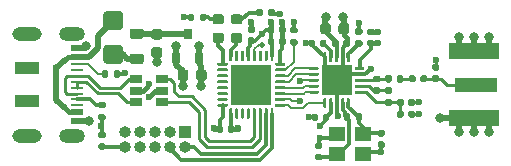
<source format=gbr>
%TF.GenerationSoftware,KiCad,Pcbnew,(5.1.8)-1*%
%TF.CreationDate,2020-12-12T20:42:25+01:00*%
%TF.ProjectId,NRF24Stick,4e524632-3453-4746-9963-6b2e6b696361,rev?*%
%TF.SameCoordinates,Original*%
%TF.FileFunction,Copper,L1,Top*%
%TF.FilePolarity,Positive*%
%FSLAX46Y46*%
G04 Gerber Fmt 4.6, Leading zero omitted, Abs format (unit mm)*
G04 Created by KiCad (PCBNEW (5.1.8)-1) date 2020-12-12 20:42:25*
%MOMM*%
%LPD*%
G01*
G04 APERTURE LIST*
%TA.AperFunction,SMDPad,CuDef*%
%ADD10R,4.200000X1.350000*%
%TD*%
%TA.AperFunction,SMDPad,CuDef*%
%ADD11R,3.600000X1.270000*%
%TD*%
%TA.AperFunction,SMDPad,CuDef*%
%ADD12R,2.000000X1.000000*%
%TD*%
%TA.AperFunction,ComponentPad*%
%ADD13O,2.500000X1.200000*%
%TD*%
%TA.AperFunction,ComponentPad*%
%ADD14O,2.200000X1.200000*%
%TD*%
%TA.AperFunction,SMDPad,CuDef*%
%ADD15R,1.000000X0.520000*%
%TD*%
%TA.AperFunction,SMDPad,CuDef*%
%ADD16R,1.000000X0.270000*%
%TD*%
%TA.AperFunction,SMDPad,CuDef*%
%ADD17R,1.400000X1.200000*%
%TD*%
%TA.AperFunction,SMDPad,CuDef*%
%ADD18R,2.500000X2.500000*%
%TD*%
%TA.AperFunction,SMDPad,CuDef*%
%ADD19R,3.450000X3.450000*%
%TD*%
%TA.AperFunction,SMDPad,CuDef*%
%ADD20R,1.060000X0.650000*%
%TD*%
%TA.AperFunction,SMDPad,CuDef*%
%ADD21R,0.800000X0.900000*%
%TD*%
%TA.AperFunction,ComponentPad*%
%ADD22O,1.000000X1.000000*%
%TD*%
%TA.AperFunction,ComponentPad*%
%ADD23R,1.000000X1.000000*%
%TD*%
%TA.AperFunction,ViaPad*%
%ADD24C,0.600000*%
%TD*%
%TA.AperFunction,ViaPad*%
%ADD25C,0.800000*%
%TD*%
%TA.AperFunction,ViaPad*%
%ADD26C,0.500000*%
%TD*%
%TA.AperFunction,Conductor*%
%ADD27C,0.500000*%
%TD*%
%TA.AperFunction,Conductor*%
%ADD28C,0.300000*%
%TD*%
%TA.AperFunction,Conductor*%
%ADD29C,0.400000*%
%TD*%
%TA.AperFunction,Conductor*%
%ADD30C,0.293000*%
%TD*%
%TA.AperFunction,Conductor*%
%ADD31C,0.200000*%
%TD*%
%TA.AperFunction,Conductor*%
%ADD32C,0.261000*%
%TD*%
G04 APERTURE END LIST*
D10*
%TO.P,J3,2*%
%TO.N,GND*%
X148750000Y-118325000D03*
X148750000Y-112675000D03*
D11*
%TO.P,J3,1*%
%TO.N,/ANT_OUT*%
X148950000Y-115500000D03*
%TD*%
D12*
%TO.P,J2,S1*%
%TO.N,Net-(J2-PadS1)*%
X110900000Y-116900000D03*
X110900000Y-114100000D03*
D13*
X110900000Y-111180000D03*
X110900000Y-119820000D03*
D14*
X114725000Y-119820000D03*
X114725000Y-111180000D03*
D15*
%TO.P,J2,A1*%
%TO.N,GND*%
X115100000Y-112400000D03*
%TO.P,J2,A12*%
X115100000Y-118600000D03*
%TO.P,J2,A9*%
%TO.N,+5V*%
X115100000Y-117850000D03*
%TO.P,J2,A4*%
X115100000Y-113150000D03*
D16*
%TO.P,J2,A5*%
%TO.N,Net-(J2-PadA5)*%
X115100000Y-113750000D03*
%TO.P,J2,A8*%
%TO.N,N/C*%
X115100000Y-117250000D03*
%TO.P,J2,B8*%
X115100000Y-114250000D03*
%TO.P,J2,B7*%
%TO.N,/USB_CONN_D-*%
X115100000Y-114750000D03*
%TO.P,J2,A6*%
%TO.N,/USB_CONN_D+*%
X115100000Y-115250000D03*
%TO.P,J2,B6*%
X115100000Y-115750000D03*
%TO.P,J2,A7*%
%TO.N,/USB_CONN_D-*%
X115100000Y-116250000D03*
%TO.P,J2,B5*%
%TO.N,Net-(J2-PadB5)*%
X115100000Y-116750000D03*
%TD*%
%TO.P,C6,2*%
%TO.N,GND*%
%TA.AperFunction,SMDPad,CuDef*%
G36*
G01*
X124575000Y-114450000D02*
X124575000Y-114950000D01*
G75*
G02*
X124350000Y-115175000I-225000J0D01*
G01*
X123900000Y-115175000D01*
G75*
G02*
X123675000Y-114950000I0J225000D01*
G01*
X123675000Y-114450000D01*
G75*
G02*
X123900000Y-114225000I225000J0D01*
G01*
X124350000Y-114225000D01*
G75*
G02*
X124575000Y-114450000I0J-225000D01*
G01*
G37*
%TD.AperFunction*%
%TO.P,C6,1*%
%TO.N,+3V3*%
%TA.AperFunction,SMDPad,CuDef*%
G36*
G01*
X126125000Y-114450000D02*
X126125000Y-114950000D01*
G75*
G02*
X125900000Y-115175000I-225000J0D01*
G01*
X125450000Y-115175000D01*
G75*
G02*
X125225000Y-114950000I0J225000D01*
G01*
X125225000Y-114450000D01*
G75*
G02*
X125450000Y-114225000I225000J0D01*
G01*
X125900000Y-114225000D01*
G75*
G02*
X126125000Y-114450000I0J-225000D01*
G01*
G37*
%TD.AperFunction*%
%TD*%
%TO.P,R3,1*%
%TO.N,Net-(R3-Pad1)*%
%TA.AperFunction,SMDPad,CuDef*%
G36*
G01*
X133685000Y-112180000D02*
X133315000Y-112180000D01*
G75*
G02*
X133180000Y-112045000I0J135000D01*
G01*
X133180000Y-111775000D01*
G75*
G02*
X133315000Y-111640000I135000J0D01*
G01*
X133685000Y-111640000D01*
G75*
G02*
X133820000Y-111775000I0J-135000D01*
G01*
X133820000Y-112045000D01*
G75*
G02*
X133685000Y-112180000I-135000J0D01*
G01*
G37*
%TD.AperFunction*%
%TO.P,R3,2*%
%TO.N,GND*%
%TA.AperFunction,SMDPad,CuDef*%
G36*
G01*
X133685000Y-111160000D02*
X133315000Y-111160000D01*
G75*
G02*
X133180000Y-111025000I0J135000D01*
G01*
X133180000Y-110755000D01*
G75*
G02*
X133315000Y-110620000I135000J0D01*
G01*
X133685000Y-110620000D01*
G75*
G02*
X133820000Y-110755000I0J-135000D01*
G01*
X133820000Y-111025000D01*
G75*
G02*
X133685000Y-111160000I-135000J0D01*
G01*
G37*
%TD.AperFunction*%
%TD*%
%TO.P,C1,1*%
%TO.N,+3V3*%
%TA.AperFunction,SMDPad,CuDef*%
G36*
G01*
X131290000Y-111020000D02*
X131290000Y-110680000D01*
G75*
G02*
X131430000Y-110540000I140000J0D01*
G01*
X131710000Y-110540000D01*
G75*
G02*
X131850000Y-110680000I0J-140000D01*
G01*
X131850000Y-111020000D01*
G75*
G02*
X131710000Y-111160000I-140000J0D01*
G01*
X131430000Y-111160000D01*
G75*
G02*
X131290000Y-111020000I0J140000D01*
G01*
G37*
%TD.AperFunction*%
%TO.P,C1,2*%
%TO.N,GND*%
%TA.AperFunction,SMDPad,CuDef*%
G36*
G01*
X132250000Y-111020000D02*
X132250000Y-110680000D01*
G75*
G02*
X132390000Y-110540000I140000J0D01*
G01*
X132670000Y-110540000D01*
G75*
G02*
X132810000Y-110680000I0J-140000D01*
G01*
X132810000Y-111020000D01*
G75*
G02*
X132670000Y-111160000I-140000J0D01*
G01*
X132390000Y-111160000D01*
G75*
G02*
X132250000Y-111020000I0J140000D01*
G01*
G37*
%TD.AperFunction*%
%TD*%
%TO.P,C12,1*%
%TO.N,/XC2*%
%TA.AperFunction,SMDPad,CuDef*%
G36*
G01*
X135770000Y-121910000D02*
X135430000Y-121910000D01*
G75*
G02*
X135290000Y-121770000I0J140000D01*
G01*
X135290000Y-121490000D01*
G75*
G02*
X135430000Y-121350000I140000J0D01*
G01*
X135770000Y-121350000D01*
G75*
G02*
X135910000Y-121490000I0J-140000D01*
G01*
X135910000Y-121770000D01*
G75*
G02*
X135770000Y-121910000I-140000J0D01*
G01*
G37*
%TD.AperFunction*%
%TO.P,C12,2*%
%TO.N,GND*%
%TA.AperFunction,SMDPad,CuDef*%
G36*
G01*
X135770000Y-120950000D02*
X135430000Y-120950000D01*
G75*
G02*
X135290000Y-120810000I0J140000D01*
G01*
X135290000Y-120530000D01*
G75*
G02*
X135430000Y-120390000I140000J0D01*
G01*
X135770000Y-120390000D01*
G75*
G02*
X135910000Y-120530000I0J-140000D01*
G01*
X135910000Y-120810000D01*
G75*
G02*
X135770000Y-120950000I-140000J0D01*
G01*
G37*
%TD.AperFunction*%
%TD*%
%TO.P,R7,2*%
%TO.N,Net-(J2-PadB5)*%
%TA.AperFunction,SMDPad,CuDef*%
G36*
G01*
X117435000Y-117510000D02*
X117065000Y-117510000D01*
G75*
G02*
X116930000Y-117375000I0J135000D01*
G01*
X116930000Y-117105000D01*
G75*
G02*
X117065000Y-116970000I135000J0D01*
G01*
X117435000Y-116970000D01*
G75*
G02*
X117570000Y-117105000I0J-135000D01*
G01*
X117570000Y-117375000D01*
G75*
G02*
X117435000Y-117510000I-135000J0D01*
G01*
G37*
%TD.AperFunction*%
%TO.P,R7,1*%
%TO.N,GND*%
%TA.AperFunction,SMDPad,CuDef*%
G36*
G01*
X117435000Y-118530000D02*
X117065000Y-118530000D01*
G75*
G02*
X116930000Y-118395000I0J135000D01*
G01*
X116930000Y-118125000D01*
G75*
G02*
X117065000Y-117990000I135000J0D01*
G01*
X117435000Y-117990000D01*
G75*
G02*
X117570000Y-118125000I0J-135000D01*
G01*
X117570000Y-118395000D01*
G75*
G02*
X117435000Y-118530000I-135000J0D01*
G01*
G37*
%TD.AperFunction*%
%TD*%
%TO.P,R6,1*%
%TO.N,GND*%
%TA.AperFunction,SMDPad,CuDef*%
G36*
G01*
X118780000Y-114415000D02*
X118780000Y-114785000D01*
G75*
G02*
X118645000Y-114920000I-135000J0D01*
G01*
X118375000Y-114920000D01*
G75*
G02*
X118240000Y-114785000I0J135000D01*
G01*
X118240000Y-114415000D01*
G75*
G02*
X118375000Y-114280000I135000J0D01*
G01*
X118645000Y-114280000D01*
G75*
G02*
X118780000Y-114415000I0J-135000D01*
G01*
G37*
%TD.AperFunction*%
%TO.P,R6,2*%
%TO.N,Net-(J2-PadA5)*%
%TA.AperFunction,SMDPad,CuDef*%
G36*
G01*
X117760000Y-114415000D02*
X117760000Y-114785000D01*
G75*
G02*
X117625000Y-114920000I-135000J0D01*
G01*
X117355000Y-114920000D01*
G75*
G02*
X117220000Y-114785000I0J135000D01*
G01*
X117220000Y-114415000D01*
G75*
G02*
X117355000Y-114280000I135000J0D01*
G01*
X117625000Y-114280000D01*
G75*
G02*
X117760000Y-114415000I0J-135000D01*
G01*
G37*
%TD.AperFunction*%
%TD*%
D17*
%TO.P,Y1,4*%
%TO.N,GND*%
X137150000Y-119650000D03*
%TO.P,Y1,3*%
%TO.N,/XC1*%
X139350000Y-119650000D03*
%TO.P,Y1,2*%
%TO.N,GND*%
X139350000Y-121350000D03*
%TO.P,Y1,1*%
%TO.N,/XC2*%
X137150000Y-121350000D03*
%TD*%
%TO.P,U4,1*%
%TO.N,/NRF_CE*%
%TA.AperFunction,SMDPad,CuDef*%
G36*
G01*
X134770000Y-114182500D02*
X134770000Y-114057500D01*
G75*
G02*
X134832500Y-113995000I62500J0D01*
G01*
X135532500Y-113995000D01*
G75*
G02*
X135595000Y-114057500I0J-62500D01*
G01*
X135595000Y-114182500D01*
G75*
G02*
X135532500Y-114245000I-62500J0D01*
G01*
X134832500Y-114245000D01*
G75*
G02*
X134770000Y-114182500I0J62500D01*
G01*
G37*
%TD.AperFunction*%
%TO.P,U4,2*%
%TO.N,/NRF_CSN*%
%TA.AperFunction,SMDPad,CuDef*%
G36*
G01*
X134770000Y-114682500D02*
X134770000Y-114557500D01*
G75*
G02*
X134832500Y-114495000I62500J0D01*
G01*
X135532500Y-114495000D01*
G75*
G02*
X135595000Y-114557500I0J-62500D01*
G01*
X135595000Y-114682500D01*
G75*
G02*
X135532500Y-114745000I-62500J0D01*
G01*
X134832500Y-114745000D01*
G75*
G02*
X134770000Y-114682500I0J62500D01*
G01*
G37*
%TD.AperFunction*%
%TO.P,U4,3*%
%TO.N,/SPI_SCK*%
%TA.AperFunction,SMDPad,CuDef*%
G36*
G01*
X134770000Y-115182500D02*
X134770000Y-115057500D01*
G75*
G02*
X134832500Y-114995000I62500J0D01*
G01*
X135532500Y-114995000D01*
G75*
G02*
X135595000Y-115057500I0J-62500D01*
G01*
X135595000Y-115182500D01*
G75*
G02*
X135532500Y-115245000I-62500J0D01*
G01*
X134832500Y-115245000D01*
G75*
G02*
X134770000Y-115182500I0J62500D01*
G01*
G37*
%TD.AperFunction*%
%TO.P,U4,4*%
%TO.N,/SPI_MOSI*%
%TA.AperFunction,SMDPad,CuDef*%
G36*
G01*
X134770000Y-115682500D02*
X134770000Y-115557500D01*
G75*
G02*
X134832500Y-115495000I62500J0D01*
G01*
X135532500Y-115495000D01*
G75*
G02*
X135595000Y-115557500I0J-62500D01*
G01*
X135595000Y-115682500D01*
G75*
G02*
X135532500Y-115745000I-62500J0D01*
G01*
X134832500Y-115745000D01*
G75*
G02*
X134770000Y-115682500I0J62500D01*
G01*
G37*
%TD.AperFunction*%
%TO.P,U4,5*%
%TO.N,/SPI_MISO*%
%TA.AperFunction,SMDPad,CuDef*%
G36*
G01*
X134770000Y-116182500D02*
X134770000Y-116057500D01*
G75*
G02*
X134832500Y-115995000I62500J0D01*
G01*
X135532500Y-115995000D01*
G75*
G02*
X135595000Y-116057500I0J-62500D01*
G01*
X135595000Y-116182500D01*
G75*
G02*
X135532500Y-116245000I-62500J0D01*
G01*
X134832500Y-116245000D01*
G75*
G02*
X134770000Y-116182500I0J62500D01*
G01*
G37*
%TD.AperFunction*%
%TO.P,U4,6*%
%TO.N,/NRF_IRQ*%
%TA.AperFunction,SMDPad,CuDef*%
G36*
G01*
X135995000Y-117407500D02*
X135995000Y-116707500D01*
G75*
G02*
X136057500Y-116645000I62500J0D01*
G01*
X136182500Y-116645000D01*
G75*
G02*
X136245000Y-116707500I0J-62500D01*
G01*
X136245000Y-117407500D01*
G75*
G02*
X136182500Y-117470000I-62500J0D01*
G01*
X136057500Y-117470000D01*
G75*
G02*
X135995000Y-117407500I0J62500D01*
G01*
G37*
%TD.AperFunction*%
%TO.P,U4,7*%
%TO.N,+3V3*%
%TA.AperFunction,SMDPad,CuDef*%
G36*
G01*
X136495000Y-117407500D02*
X136495000Y-116707500D01*
G75*
G02*
X136557500Y-116645000I62500J0D01*
G01*
X136682500Y-116645000D01*
G75*
G02*
X136745000Y-116707500I0J-62500D01*
G01*
X136745000Y-117407500D01*
G75*
G02*
X136682500Y-117470000I-62500J0D01*
G01*
X136557500Y-117470000D01*
G75*
G02*
X136495000Y-117407500I0J62500D01*
G01*
G37*
%TD.AperFunction*%
%TO.P,U4,8*%
%TO.N,GND*%
%TA.AperFunction,SMDPad,CuDef*%
G36*
G01*
X136995000Y-117407500D02*
X136995000Y-116707500D01*
G75*
G02*
X137057500Y-116645000I62500J0D01*
G01*
X137182500Y-116645000D01*
G75*
G02*
X137245000Y-116707500I0J-62500D01*
G01*
X137245000Y-117407500D01*
G75*
G02*
X137182500Y-117470000I-62500J0D01*
G01*
X137057500Y-117470000D01*
G75*
G02*
X136995000Y-117407500I0J62500D01*
G01*
G37*
%TD.AperFunction*%
%TO.P,U4,9*%
%TO.N,/XC2*%
%TA.AperFunction,SMDPad,CuDef*%
G36*
G01*
X137495000Y-117407500D02*
X137495000Y-116707500D01*
G75*
G02*
X137557500Y-116645000I62500J0D01*
G01*
X137682500Y-116645000D01*
G75*
G02*
X137745000Y-116707500I0J-62500D01*
G01*
X137745000Y-117407500D01*
G75*
G02*
X137682500Y-117470000I-62500J0D01*
G01*
X137557500Y-117470000D01*
G75*
G02*
X137495000Y-117407500I0J62500D01*
G01*
G37*
%TD.AperFunction*%
%TO.P,U4,10*%
%TO.N,/XC1*%
%TA.AperFunction,SMDPad,CuDef*%
G36*
G01*
X137995000Y-117407500D02*
X137995000Y-116707500D01*
G75*
G02*
X138057500Y-116645000I62500J0D01*
G01*
X138182500Y-116645000D01*
G75*
G02*
X138245000Y-116707500I0J-62500D01*
G01*
X138245000Y-117407500D01*
G75*
G02*
X138182500Y-117470000I-62500J0D01*
G01*
X138057500Y-117470000D01*
G75*
G02*
X137995000Y-117407500I0J62500D01*
G01*
G37*
%TD.AperFunction*%
%TO.P,U4,11*%
%TO.N,/VDD_PA*%
%TA.AperFunction,SMDPad,CuDef*%
G36*
G01*
X138645000Y-116182500D02*
X138645000Y-116057500D01*
G75*
G02*
X138707500Y-115995000I62500J0D01*
G01*
X139407500Y-115995000D01*
G75*
G02*
X139470000Y-116057500I0J-62500D01*
G01*
X139470000Y-116182500D01*
G75*
G02*
X139407500Y-116245000I-62500J0D01*
G01*
X138707500Y-116245000D01*
G75*
G02*
X138645000Y-116182500I0J62500D01*
G01*
G37*
%TD.AperFunction*%
%TO.P,U4,12*%
%TO.N,/ANT1*%
%TA.AperFunction,SMDPad,CuDef*%
G36*
G01*
X138645000Y-115682500D02*
X138645000Y-115557500D01*
G75*
G02*
X138707500Y-115495000I62500J0D01*
G01*
X139407500Y-115495000D01*
G75*
G02*
X139470000Y-115557500I0J-62500D01*
G01*
X139470000Y-115682500D01*
G75*
G02*
X139407500Y-115745000I-62500J0D01*
G01*
X138707500Y-115745000D01*
G75*
G02*
X138645000Y-115682500I0J62500D01*
G01*
G37*
%TD.AperFunction*%
%TO.P,U4,13*%
%TO.N,/ANT2*%
%TA.AperFunction,SMDPad,CuDef*%
G36*
G01*
X138645000Y-115182500D02*
X138645000Y-115057500D01*
G75*
G02*
X138707500Y-114995000I62500J0D01*
G01*
X139407500Y-114995000D01*
G75*
G02*
X139470000Y-115057500I0J-62500D01*
G01*
X139470000Y-115182500D01*
G75*
G02*
X139407500Y-115245000I-62500J0D01*
G01*
X138707500Y-115245000D01*
G75*
G02*
X138645000Y-115182500I0J62500D01*
G01*
G37*
%TD.AperFunction*%
%TO.P,U4,14*%
%TO.N,GND*%
%TA.AperFunction,SMDPad,CuDef*%
G36*
G01*
X138645000Y-114682500D02*
X138645000Y-114557500D01*
G75*
G02*
X138707500Y-114495000I62500J0D01*
G01*
X139407500Y-114495000D01*
G75*
G02*
X139470000Y-114557500I0J-62500D01*
G01*
X139470000Y-114682500D01*
G75*
G02*
X139407500Y-114745000I-62500J0D01*
G01*
X138707500Y-114745000D01*
G75*
G02*
X138645000Y-114682500I0J62500D01*
G01*
G37*
%TD.AperFunction*%
%TO.P,U4,15*%
%TO.N,+3V3*%
%TA.AperFunction,SMDPad,CuDef*%
G36*
G01*
X138645000Y-114182500D02*
X138645000Y-114057500D01*
G75*
G02*
X138707500Y-113995000I62500J0D01*
G01*
X139407500Y-113995000D01*
G75*
G02*
X139470000Y-114057500I0J-62500D01*
G01*
X139470000Y-114182500D01*
G75*
G02*
X139407500Y-114245000I-62500J0D01*
G01*
X138707500Y-114245000D01*
G75*
G02*
X138645000Y-114182500I0J62500D01*
G01*
G37*
%TD.AperFunction*%
%TO.P,U4,16*%
%TO.N,/IREF*%
%TA.AperFunction,SMDPad,CuDef*%
G36*
G01*
X137995000Y-113532500D02*
X137995000Y-112832500D01*
G75*
G02*
X138057500Y-112770000I62500J0D01*
G01*
X138182500Y-112770000D01*
G75*
G02*
X138245000Y-112832500I0J-62500D01*
G01*
X138245000Y-113532500D01*
G75*
G02*
X138182500Y-113595000I-62500J0D01*
G01*
X138057500Y-113595000D01*
G75*
G02*
X137995000Y-113532500I0J62500D01*
G01*
G37*
%TD.AperFunction*%
%TO.P,U4,17*%
%TO.N,GND*%
%TA.AperFunction,SMDPad,CuDef*%
G36*
G01*
X137495000Y-113532500D02*
X137495000Y-112832500D01*
G75*
G02*
X137557500Y-112770000I62500J0D01*
G01*
X137682500Y-112770000D01*
G75*
G02*
X137745000Y-112832500I0J-62500D01*
G01*
X137745000Y-113532500D01*
G75*
G02*
X137682500Y-113595000I-62500J0D01*
G01*
X137557500Y-113595000D01*
G75*
G02*
X137495000Y-113532500I0J62500D01*
G01*
G37*
%TD.AperFunction*%
%TO.P,U4,18*%
%TO.N,+3V3*%
%TA.AperFunction,SMDPad,CuDef*%
G36*
G01*
X136995000Y-113532500D02*
X136995000Y-112832500D01*
G75*
G02*
X137057500Y-112770000I62500J0D01*
G01*
X137182500Y-112770000D01*
G75*
G02*
X137245000Y-112832500I0J-62500D01*
G01*
X137245000Y-113532500D01*
G75*
G02*
X137182500Y-113595000I-62500J0D01*
G01*
X137057500Y-113595000D01*
G75*
G02*
X136995000Y-113532500I0J62500D01*
G01*
G37*
%TD.AperFunction*%
%TO.P,U4,19*%
%TO.N,/DVDD*%
%TA.AperFunction,SMDPad,CuDef*%
G36*
G01*
X136495000Y-113532500D02*
X136495000Y-112832500D01*
G75*
G02*
X136557500Y-112770000I62500J0D01*
G01*
X136682500Y-112770000D01*
G75*
G02*
X136745000Y-112832500I0J-62500D01*
G01*
X136745000Y-113532500D01*
G75*
G02*
X136682500Y-113595000I-62500J0D01*
G01*
X136557500Y-113595000D01*
G75*
G02*
X136495000Y-113532500I0J62500D01*
G01*
G37*
%TD.AperFunction*%
%TO.P,U4,20*%
%TO.N,GND*%
%TA.AperFunction,SMDPad,CuDef*%
G36*
G01*
X135995000Y-113532500D02*
X135995000Y-112832500D01*
G75*
G02*
X136057500Y-112770000I62500J0D01*
G01*
X136182500Y-112770000D01*
G75*
G02*
X136245000Y-112832500I0J-62500D01*
G01*
X136245000Y-113532500D01*
G75*
G02*
X136182500Y-113595000I-62500J0D01*
G01*
X136057500Y-113595000D01*
G75*
G02*
X135995000Y-113532500I0J62500D01*
G01*
G37*
%TD.AperFunction*%
D18*
%TO.P,U4,21*%
X137120000Y-115120000D03*
%TD*%
%TO.P,U3,1*%
%TO.N,+3V3*%
%TA.AperFunction,SMDPad,CuDef*%
G36*
G01*
X131587500Y-112625000D02*
X131712500Y-112625000D01*
G75*
G02*
X131775000Y-112687500I0J-62500D01*
G01*
X131775000Y-113437500D01*
G75*
G02*
X131712500Y-113500000I-62500J0D01*
G01*
X131587500Y-113500000D01*
G75*
G02*
X131525000Y-113437500I0J62500D01*
G01*
X131525000Y-112687500D01*
G75*
G02*
X131587500Y-112625000I62500J0D01*
G01*
G37*
%TD.AperFunction*%
%TO.P,U3,2*%
%TO.N,N/C*%
%TA.AperFunction,SMDPad,CuDef*%
G36*
G01*
X131087500Y-112625000D02*
X131212500Y-112625000D01*
G75*
G02*
X131275000Y-112687500I0J-62500D01*
G01*
X131275000Y-113437500D01*
G75*
G02*
X131212500Y-113500000I-62500J0D01*
G01*
X131087500Y-113500000D01*
G75*
G02*
X131025000Y-113437500I0J62500D01*
G01*
X131025000Y-112687500D01*
G75*
G02*
X131087500Y-112625000I62500J0D01*
G01*
G37*
%TD.AperFunction*%
%TO.P,U3,3*%
%TA.AperFunction,SMDPad,CuDef*%
G36*
G01*
X130587500Y-112625000D02*
X130712500Y-112625000D01*
G75*
G02*
X130775000Y-112687500I0J-62500D01*
G01*
X130775000Y-113437500D01*
G75*
G02*
X130712500Y-113500000I-62500J0D01*
G01*
X130587500Y-113500000D01*
G75*
G02*
X130525000Y-113437500I0J62500D01*
G01*
X130525000Y-112687500D01*
G75*
G02*
X130587500Y-112625000I62500J0D01*
G01*
G37*
%TD.AperFunction*%
%TO.P,U3,4*%
%TO.N,/NRST*%
%TA.AperFunction,SMDPad,CuDef*%
G36*
G01*
X130087500Y-112625000D02*
X130212500Y-112625000D01*
G75*
G02*
X130275000Y-112687500I0J-62500D01*
G01*
X130275000Y-113437500D01*
G75*
G02*
X130212500Y-113500000I-62500J0D01*
G01*
X130087500Y-113500000D01*
G75*
G02*
X130025000Y-113437500I0J62500D01*
G01*
X130025000Y-112687500D01*
G75*
G02*
X130087500Y-112625000I62500J0D01*
G01*
G37*
%TD.AperFunction*%
%TO.P,U3,5*%
%TO.N,+3V3*%
%TA.AperFunction,SMDPad,CuDef*%
G36*
G01*
X129587500Y-112625000D02*
X129712500Y-112625000D01*
G75*
G02*
X129775000Y-112687500I0J-62500D01*
G01*
X129775000Y-113437500D01*
G75*
G02*
X129712500Y-113500000I-62500J0D01*
G01*
X129587500Y-113500000D01*
G75*
G02*
X129525000Y-113437500I0J62500D01*
G01*
X129525000Y-112687500D01*
G75*
G02*
X129587500Y-112625000I62500J0D01*
G01*
G37*
%TD.AperFunction*%
%TO.P,U3,6*%
%TO.N,N/C*%
%TA.AperFunction,SMDPad,CuDef*%
G36*
G01*
X129087500Y-112625000D02*
X129212500Y-112625000D01*
G75*
G02*
X129275000Y-112687500I0J-62500D01*
G01*
X129275000Y-113437500D01*
G75*
G02*
X129212500Y-113500000I-62500J0D01*
G01*
X129087500Y-113500000D01*
G75*
G02*
X129025000Y-113437500I0J62500D01*
G01*
X129025000Y-112687500D01*
G75*
G02*
X129087500Y-112625000I62500J0D01*
G01*
G37*
%TD.AperFunction*%
%TO.P,U3,7*%
%TA.AperFunction,SMDPad,CuDef*%
G36*
G01*
X128587500Y-112625000D02*
X128712500Y-112625000D01*
G75*
G02*
X128775000Y-112687500I0J-62500D01*
G01*
X128775000Y-113437500D01*
G75*
G02*
X128712500Y-113500000I-62500J0D01*
G01*
X128587500Y-113500000D01*
G75*
G02*
X128525000Y-113437500I0J62500D01*
G01*
X128525000Y-112687500D01*
G75*
G02*
X128587500Y-112625000I62500J0D01*
G01*
G37*
%TD.AperFunction*%
%TO.P,U3,8*%
%TO.N,/LED_YE*%
%TA.AperFunction,SMDPad,CuDef*%
G36*
G01*
X128087500Y-112625000D02*
X128212500Y-112625000D01*
G75*
G02*
X128275000Y-112687500I0J-62500D01*
G01*
X128275000Y-113437500D01*
G75*
G02*
X128212500Y-113500000I-62500J0D01*
G01*
X128087500Y-113500000D01*
G75*
G02*
X128025000Y-113437500I0J62500D01*
G01*
X128025000Y-112687500D01*
G75*
G02*
X128087500Y-112625000I62500J0D01*
G01*
G37*
%TD.AperFunction*%
%TO.P,U3,9*%
%TO.N,/LED_GR*%
%TA.AperFunction,SMDPad,CuDef*%
G36*
G01*
X127087500Y-113625000D02*
X127837500Y-113625000D01*
G75*
G02*
X127900000Y-113687500I0J-62500D01*
G01*
X127900000Y-113812500D01*
G75*
G02*
X127837500Y-113875000I-62500J0D01*
G01*
X127087500Y-113875000D01*
G75*
G02*
X127025000Y-113812500I0J62500D01*
G01*
X127025000Y-113687500D01*
G75*
G02*
X127087500Y-113625000I62500J0D01*
G01*
G37*
%TD.AperFunction*%
%TO.P,U3,10*%
%TO.N,N/C*%
%TA.AperFunction,SMDPad,CuDef*%
G36*
G01*
X127087500Y-114125000D02*
X127837500Y-114125000D01*
G75*
G02*
X127900000Y-114187500I0J-62500D01*
G01*
X127900000Y-114312500D01*
G75*
G02*
X127837500Y-114375000I-62500J0D01*
G01*
X127087500Y-114375000D01*
G75*
G02*
X127025000Y-114312500I0J62500D01*
G01*
X127025000Y-114187500D01*
G75*
G02*
X127087500Y-114125000I62500J0D01*
G01*
G37*
%TD.AperFunction*%
%TO.P,U3,11*%
%TA.AperFunction,SMDPad,CuDef*%
G36*
G01*
X127087500Y-114625000D02*
X127837500Y-114625000D01*
G75*
G02*
X127900000Y-114687500I0J-62500D01*
G01*
X127900000Y-114812500D01*
G75*
G02*
X127837500Y-114875000I-62500J0D01*
G01*
X127087500Y-114875000D01*
G75*
G02*
X127025000Y-114812500I0J62500D01*
G01*
X127025000Y-114687500D01*
G75*
G02*
X127087500Y-114625000I62500J0D01*
G01*
G37*
%TD.AperFunction*%
%TO.P,U3,12*%
%TA.AperFunction,SMDPad,CuDef*%
G36*
G01*
X127087500Y-115125000D02*
X127837500Y-115125000D01*
G75*
G02*
X127900000Y-115187500I0J-62500D01*
G01*
X127900000Y-115312500D01*
G75*
G02*
X127837500Y-115375000I-62500J0D01*
G01*
X127087500Y-115375000D01*
G75*
G02*
X127025000Y-115312500I0J62500D01*
G01*
X127025000Y-115187500D01*
G75*
G02*
X127087500Y-115125000I62500J0D01*
G01*
G37*
%TD.AperFunction*%
%TO.P,U3,13*%
%TA.AperFunction,SMDPad,CuDef*%
G36*
G01*
X127087500Y-115625000D02*
X127837500Y-115625000D01*
G75*
G02*
X127900000Y-115687500I0J-62500D01*
G01*
X127900000Y-115812500D01*
G75*
G02*
X127837500Y-115875000I-62500J0D01*
G01*
X127087500Y-115875000D01*
G75*
G02*
X127025000Y-115812500I0J62500D01*
G01*
X127025000Y-115687500D01*
G75*
G02*
X127087500Y-115625000I62500J0D01*
G01*
G37*
%TD.AperFunction*%
%TO.P,U3,14*%
%TA.AperFunction,SMDPad,CuDef*%
G36*
G01*
X127087500Y-116125000D02*
X127837500Y-116125000D01*
G75*
G02*
X127900000Y-116187500I0J-62500D01*
G01*
X127900000Y-116312500D01*
G75*
G02*
X127837500Y-116375000I-62500J0D01*
G01*
X127087500Y-116375000D01*
G75*
G02*
X127025000Y-116312500I0J62500D01*
G01*
X127025000Y-116187500D01*
G75*
G02*
X127087500Y-116125000I62500J0D01*
G01*
G37*
%TD.AperFunction*%
%TO.P,U3,15*%
%TA.AperFunction,SMDPad,CuDef*%
G36*
G01*
X127087500Y-116625000D02*
X127837500Y-116625000D01*
G75*
G02*
X127900000Y-116687500I0J-62500D01*
G01*
X127900000Y-116812500D01*
G75*
G02*
X127837500Y-116875000I-62500J0D01*
G01*
X127087500Y-116875000D01*
G75*
G02*
X127025000Y-116812500I0J62500D01*
G01*
X127025000Y-116687500D01*
G75*
G02*
X127087500Y-116625000I62500J0D01*
G01*
G37*
%TD.AperFunction*%
%TO.P,U3,16*%
%TO.N,GND*%
%TA.AperFunction,SMDPad,CuDef*%
G36*
G01*
X127087500Y-117125000D02*
X127837500Y-117125000D01*
G75*
G02*
X127900000Y-117187500I0J-62500D01*
G01*
X127900000Y-117312500D01*
G75*
G02*
X127837500Y-117375000I-62500J0D01*
G01*
X127087500Y-117375000D01*
G75*
G02*
X127025000Y-117312500I0J62500D01*
G01*
X127025000Y-117187500D01*
G75*
G02*
X127087500Y-117125000I62500J0D01*
G01*
G37*
%TD.AperFunction*%
%TO.P,U3,17*%
%TO.N,+3V3*%
%TA.AperFunction,SMDPad,CuDef*%
G36*
G01*
X128087500Y-117500000D02*
X128212500Y-117500000D01*
G75*
G02*
X128275000Y-117562500I0J-62500D01*
G01*
X128275000Y-118312500D01*
G75*
G02*
X128212500Y-118375000I-62500J0D01*
G01*
X128087500Y-118375000D01*
G75*
G02*
X128025000Y-118312500I0J62500D01*
G01*
X128025000Y-117562500D01*
G75*
G02*
X128087500Y-117500000I62500J0D01*
G01*
G37*
%TD.AperFunction*%
%TO.P,U3,18*%
%TO.N,N/C*%
%TA.AperFunction,SMDPad,CuDef*%
G36*
G01*
X128587500Y-117500000D02*
X128712500Y-117500000D01*
G75*
G02*
X128775000Y-117562500I0J-62500D01*
G01*
X128775000Y-118312500D01*
G75*
G02*
X128712500Y-118375000I-62500J0D01*
G01*
X128587500Y-118375000D01*
G75*
G02*
X128525000Y-118312500I0J62500D01*
G01*
X128525000Y-117562500D01*
G75*
G02*
X128587500Y-117500000I62500J0D01*
G01*
G37*
%TD.AperFunction*%
%TO.P,U3,19*%
%TA.AperFunction,SMDPad,CuDef*%
G36*
G01*
X129087500Y-117500000D02*
X129212500Y-117500000D01*
G75*
G02*
X129275000Y-117562500I0J-62500D01*
G01*
X129275000Y-118312500D01*
G75*
G02*
X129212500Y-118375000I-62500J0D01*
G01*
X129087500Y-118375000D01*
G75*
G02*
X129025000Y-118312500I0J62500D01*
G01*
X129025000Y-117562500D01*
G75*
G02*
X129087500Y-117500000I62500J0D01*
G01*
G37*
%TD.AperFunction*%
%TO.P,U3,20*%
%TA.AperFunction,SMDPad,CuDef*%
G36*
G01*
X129587500Y-117500000D02*
X129712500Y-117500000D01*
G75*
G02*
X129775000Y-117562500I0J-62500D01*
G01*
X129775000Y-118312500D01*
G75*
G02*
X129712500Y-118375000I-62500J0D01*
G01*
X129587500Y-118375000D01*
G75*
G02*
X129525000Y-118312500I0J62500D01*
G01*
X129525000Y-117562500D01*
G75*
G02*
X129587500Y-117500000I62500J0D01*
G01*
G37*
%TD.AperFunction*%
%TO.P,U3,21*%
%TO.N,/USB_D-*%
%TA.AperFunction,SMDPad,CuDef*%
G36*
G01*
X130087500Y-117500000D02*
X130212500Y-117500000D01*
G75*
G02*
X130275000Y-117562500I0J-62500D01*
G01*
X130275000Y-118312500D01*
G75*
G02*
X130212500Y-118375000I-62500J0D01*
G01*
X130087500Y-118375000D01*
G75*
G02*
X130025000Y-118312500I0J62500D01*
G01*
X130025000Y-117562500D01*
G75*
G02*
X130087500Y-117500000I62500J0D01*
G01*
G37*
%TD.AperFunction*%
%TO.P,U3,22*%
%TO.N,/USB_D+*%
%TA.AperFunction,SMDPad,CuDef*%
G36*
G01*
X130587500Y-117500000D02*
X130712500Y-117500000D01*
G75*
G02*
X130775000Y-117562500I0J-62500D01*
G01*
X130775000Y-118312500D01*
G75*
G02*
X130712500Y-118375000I-62500J0D01*
G01*
X130587500Y-118375000D01*
G75*
G02*
X130525000Y-118312500I0J62500D01*
G01*
X130525000Y-117562500D01*
G75*
G02*
X130587500Y-117500000I62500J0D01*
G01*
G37*
%TD.AperFunction*%
%TO.P,U3,23*%
%TO.N,/SWDIO*%
%TA.AperFunction,SMDPad,CuDef*%
G36*
G01*
X131087500Y-117500000D02*
X131212500Y-117500000D01*
G75*
G02*
X131275000Y-117562500I0J-62500D01*
G01*
X131275000Y-118312500D01*
G75*
G02*
X131212500Y-118375000I-62500J0D01*
G01*
X131087500Y-118375000D01*
G75*
G02*
X131025000Y-118312500I0J62500D01*
G01*
X131025000Y-117562500D01*
G75*
G02*
X131087500Y-117500000I62500J0D01*
G01*
G37*
%TD.AperFunction*%
%TO.P,U3,24*%
%TO.N,/SWCLK*%
%TA.AperFunction,SMDPad,CuDef*%
G36*
G01*
X131587500Y-117500000D02*
X131712500Y-117500000D01*
G75*
G02*
X131775000Y-117562500I0J-62500D01*
G01*
X131775000Y-118312500D01*
G75*
G02*
X131712500Y-118375000I-62500J0D01*
G01*
X131587500Y-118375000D01*
G75*
G02*
X131525000Y-118312500I0J62500D01*
G01*
X131525000Y-117562500D01*
G75*
G02*
X131587500Y-117500000I62500J0D01*
G01*
G37*
%TD.AperFunction*%
%TO.P,U3,25*%
%TO.N,/NRF_IRQ*%
%TA.AperFunction,SMDPad,CuDef*%
G36*
G01*
X131962500Y-117125000D02*
X132712500Y-117125000D01*
G75*
G02*
X132775000Y-117187500I0J-62500D01*
G01*
X132775000Y-117312500D01*
G75*
G02*
X132712500Y-117375000I-62500J0D01*
G01*
X131962500Y-117375000D01*
G75*
G02*
X131900000Y-117312500I0J62500D01*
G01*
X131900000Y-117187500D01*
G75*
G02*
X131962500Y-117125000I62500J0D01*
G01*
G37*
%TD.AperFunction*%
%TO.P,U3,26*%
%TO.N,/SPI_SCK*%
%TA.AperFunction,SMDPad,CuDef*%
G36*
G01*
X131962500Y-116625000D02*
X132712500Y-116625000D01*
G75*
G02*
X132775000Y-116687500I0J-62500D01*
G01*
X132775000Y-116812500D01*
G75*
G02*
X132712500Y-116875000I-62500J0D01*
G01*
X131962500Y-116875000D01*
G75*
G02*
X131900000Y-116812500I0J62500D01*
G01*
X131900000Y-116687500D01*
G75*
G02*
X131962500Y-116625000I62500J0D01*
G01*
G37*
%TD.AperFunction*%
%TO.P,U3,27*%
%TO.N,/SPI_MISO*%
%TA.AperFunction,SMDPad,CuDef*%
G36*
G01*
X131962500Y-116125000D02*
X132712500Y-116125000D01*
G75*
G02*
X132775000Y-116187500I0J-62500D01*
G01*
X132775000Y-116312500D01*
G75*
G02*
X132712500Y-116375000I-62500J0D01*
G01*
X131962500Y-116375000D01*
G75*
G02*
X131900000Y-116312500I0J62500D01*
G01*
X131900000Y-116187500D01*
G75*
G02*
X131962500Y-116125000I62500J0D01*
G01*
G37*
%TD.AperFunction*%
%TO.P,U3,28*%
%TO.N,/SPI_MOSI*%
%TA.AperFunction,SMDPad,CuDef*%
G36*
G01*
X131962500Y-115625000D02*
X132712500Y-115625000D01*
G75*
G02*
X132775000Y-115687500I0J-62500D01*
G01*
X132775000Y-115812500D01*
G75*
G02*
X132712500Y-115875000I-62500J0D01*
G01*
X131962500Y-115875000D01*
G75*
G02*
X131900000Y-115812500I0J62500D01*
G01*
X131900000Y-115687500D01*
G75*
G02*
X131962500Y-115625000I62500J0D01*
G01*
G37*
%TD.AperFunction*%
%TO.P,U3,29*%
%TO.N,/NRF_CSN*%
%TA.AperFunction,SMDPad,CuDef*%
G36*
G01*
X131962500Y-115125000D02*
X132712500Y-115125000D01*
G75*
G02*
X132775000Y-115187500I0J-62500D01*
G01*
X132775000Y-115312500D01*
G75*
G02*
X132712500Y-115375000I-62500J0D01*
G01*
X131962500Y-115375000D01*
G75*
G02*
X131900000Y-115312500I0J62500D01*
G01*
X131900000Y-115187500D01*
G75*
G02*
X131962500Y-115125000I62500J0D01*
G01*
G37*
%TD.AperFunction*%
%TO.P,U3,30*%
%TO.N,/NRF_CE*%
%TA.AperFunction,SMDPad,CuDef*%
G36*
G01*
X131962500Y-114625000D02*
X132712500Y-114625000D01*
G75*
G02*
X132775000Y-114687500I0J-62500D01*
G01*
X132775000Y-114812500D01*
G75*
G02*
X132712500Y-114875000I-62500J0D01*
G01*
X131962500Y-114875000D01*
G75*
G02*
X131900000Y-114812500I0J62500D01*
G01*
X131900000Y-114687500D01*
G75*
G02*
X131962500Y-114625000I62500J0D01*
G01*
G37*
%TD.AperFunction*%
%TO.P,U3,31*%
%TO.N,Net-(R3-Pad1)*%
%TA.AperFunction,SMDPad,CuDef*%
G36*
G01*
X131962500Y-114125000D02*
X132712500Y-114125000D01*
G75*
G02*
X132775000Y-114187500I0J-62500D01*
G01*
X132775000Y-114312500D01*
G75*
G02*
X132712500Y-114375000I-62500J0D01*
G01*
X131962500Y-114375000D01*
G75*
G02*
X131900000Y-114312500I0J62500D01*
G01*
X131900000Y-114187500D01*
G75*
G02*
X131962500Y-114125000I62500J0D01*
G01*
G37*
%TD.AperFunction*%
%TO.P,U3,32*%
%TO.N,GND*%
%TA.AperFunction,SMDPad,CuDef*%
G36*
G01*
X131962500Y-113625000D02*
X132712500Y-113625000D01*
G75*
G02*
X132775000Y-113687500I0J-62500D01*
G01*
X132775000Y-113812500D01*
G75*
G02*
X132712500Y-113875000I-62500J0D01*
G01*
X131962500Y-113875000D01*
G75*
G02*
X131900000Y-113812500I0J62500D01*
G01*
X131900000Y-113687500D01*
G75*
G02*
X131962500Y-113625000I62500J0D01*
G01*
G37*
%TD.AperFunction*%
D19*
%TO.P,U3,33*%
X129900000Y-115500000D03*
%TD*%
D20*
%TO.P,U2,1*%
%TO.N,/USB_D+*%
X122350000Y-116950000D03*
%TO.P,U2,2*%
%TO.N,GND*%
X122350000Y-116000000D03*
%TO.P,U2,3*%
%TO.N,/USB_D-*%
X122350000Y-115050000D03*
%TO.P,U2,4*%
%TO.N,/USB_CONN_D-*%
X120150000Y-115050000D03*
%TO.P,U2,6*%
%TO.N,/USB_CONN_D+*%
X120150000Y-116950000D03*
%TO.P,U2,5*%
%TO.N,+5V*%
X120150000Y-116000000D03*
%TD*%
D21*
%TO.P,U1,1*%
%TO.N,GND*%
X123550000Y-113200000D03*
%TO.P,U1,2*%
%TO.N,+3V3*%
X125450000Y-113200000D03*
%TO.P,U1,3*%
%TO.N,Net-(C5-Pad1)*%
X124500000Y-111200000D03*
%TD*%
%TO.P,R5,2*%
%TO.N,/XC2*%
%TA.AperFunction,SMDPad,CuDef*%
G36*
G01*
X138260000Y-118065000D02*
X138260000Y-118435000D01*
G75*
G02*
X138125000Y-118570000I-135000J0D01*
G01*
X137855000Y-118570000D01*
G75*
G02*
X137720000Y-118435000I0J135000D01*
G01*
X137720000Y-118065000D01*
G75*
G02*
X137855000Y-117930000I135000J0D01*
G01*
X138125000Y-117930000D01*
G75*
G02*
X138260000Y-118065000I0J-135000D01*
G01*
G37*
%TD.AperFunction*%
%TO.P,R5,1*%
%TO.N,/XC1*%
%TA.AperFunction,SMDPad,CuDef*%
G36*
G01*
X139280000Y-118065000D02*
X139280000Y-118435000D01*
G75*
G02*
X139145000Y-118570000I-135000J0D01*
G01*
X138875000Y-118570000D01*
G75*
G02*
X138740000Y-118435000I0J135000D01*
G01*
X138740000Y-118065000D01*
G75*
G02*
X138875000Y-117930000I135000J0D01*
G01*
X139145000Y-117930000D01*
G75*
G02*
X139280000Y-118065000I0J-135000D01*
G01*
G37*
%TD.AperFunction*%
%TD*%
%TO.P,R4,2*%
%TO.N,GND*%
%TA.AperFunction,SMDPad,CuDef*%
G36*
G01*
X139185000Y-111260000D02*
X138815000Y-111260000D01*
G75*
G02*
X138680000Y-111125000I0J135000D01*
G01*
X138680000Y-110855000D01*
G75*
G02*
X138815000Y-110720000I135000J0D01*
G01*
X139185000Y-110720000D01*
G75*
G02*
X139320000Y-110855000I0J-135000D01*
G01*
X139320000Y-111125000D01*
G75*
G02*
X139185000Y-111260000I-135000J0D01*
G01*
G37*
%TD.AperFunction*%
%TO.P,R4,1*%
%TO.N,/IREF*%
%TA.AperFunction,SMDPad,CuDef*%
G36*
G01*
X139185000Y-112280000D02*
X138815000Y-112280000D01*
G75*
G02*
X138680000Y-112145000I0J135000D01*
G01*
X138680000Y-111875000D01*
G75*
G02*
X138815000Y-111740000I135000J0D01*
G01*
X139185000Y-111740000D01*
G75*
G02*
X139320000Y-111875000I0J-135000D01*
G01*
X139320000Y-112145000D01*
G75*
G02*
X139185000Y-112280000I-135000J0D01*
G01*
G37*
%TD.AperFunction*%
%TD*%
%TO.P,R2,2*%
%TO.N,GND*%
%TA.AperFunction,SMDPad,CuDef*%
G36*
G01*
X131340000Y-109585000D02*
X131340000Y-109215000D01*
G75*
G02*
X131475000Y-109080000I135000J0D01*
G01*
X131745000Y-109080000D01*
G75*
G02*
X131880000Y-109215000I0J-135000D01*
G01*
X131880000Y-109585000D01*
G75*
G02*
X131745000Y-109720000I-135000J0D01*
G01*
X131475000Y-109720000D01*
G75*
G02*
X131340000Y-109585000I0J135000D01*
G01*
G37*
%TD.AperFunction*%
%TO.P,R2,1*%
%TO.N,Net-(LD2-Pad1)*%
%TA.AperFunction,SMDPad,CuDef*%
G36*
G01*
X130320000Y-109585000D02*
X130320000Y-109215000D01*
G75*
G02*
X130455000Y-109080000I135000J0D01*
G01*
X130725000Y-109080000D01*
G75*
G02*
X130860000Y-109215000I0J-135000D01*
G01*
X130860000Y-109585000D01*
G75*
G02*
X130725000Y-109720000I-135000J0D01*
G01*
X130455000Y-109720000D01*
G75*
G02*
X130320000Y-109585000I0J135000D01*
G01*
G37*
%TD.AperFunction*%
%TD*%
%TO.P,R1,1*%
%TO.N,Net-(LD1-Pad1)*%
%TA.AperFunction,SMDPad,CuDef*%
G36*
G01*
X126080000Y-109615000D02*
X126080000Y-109985000D01*
G75*
G02*
X125945000Y-110120000I-135000J0D01*
G01*
X125675000Y-110120000D01*
G75*
G02*
X125540000Y-109985000I0J135000D01*
G01*
X125540000Y-109615000D01*
G75*
G02*
X125675000Y-109480000I135000J0D01*
G01*
X125945000Y-109480000D01*
G75*
G02*
X126080000Y-109615000I0J-135000D01*
G01*
G37*
%TD.AperFunction*%
%TO.P,R1,2*%
%TO.N,GND*%
%TA.AperFunction,SMDPad,CuDef*%
G36*
G01*
X125060000Y-109615000D02*
X125060000Y-109985000D01*
G75*
G02*
X124925000Y-110120000I-135000J0D01*
G01*
X124655000Y-110120000D01*
G75*
G02*
X124520000Y-109985000I0J135000D01*
G01*
X124520000Y-109615000D01*
G75*
G02*
X124655000Y-109480000I135000J0D01*
G01*
X124925000Y-109480000D01*
G75*
G02*
X125060000Y-109615000I0J-135000D01*
G01*
G37*
%TD.AperFunction*%
%TD*%
%TO.P,LD2,1*%
%TO.N,Net-(LD2-Pad1)*%
%TA.AperFunction,SMDPad,CuDef*%
G36*
G01*
X128393750Y-109525000D02*
X128906250Y-109525000D01*
G75*
G02*
X129125000Y-109743750I0J-218750D01*
G01*
X129125000Y-110181250D01*
G75*
G02*
X128906250Y-110400000I-218750J0D01*
G01*
X128393750Y-110400000D01*
G75*
G02*
X128175000Y-110181250I0J218750D01*
G01*
X128175000Y-109743750D01*
G75*
G02*
X128393750Y-109525000I218750J0D01*
G01*
G37*
%TD.AperFunction*%
%TO.P,LD2,2*%
%TO.N,/LED_YE*%
%TA.AperFunction,SMDPad,CuDef*%
G36*
G01*
X128393750Y-111100000D02*
X128906250Y-111100000D01*
G75*
G02*
X129125000Y-111318750I0J-218750D01*
G01*
X129125000Y-111756250D01*
G75*
G02*
X128906250Y-111975000I-218750J0D01*
G01*
X128393750Y-111975000D01*
G75*
G02*
X128175000Y-111756250I0J218750D01*
G01*
X128175000Y-111318750D01*
G75*
G02*
X128393750Y-111100000I218750J0D01*
G01*
G37*
%TD.AperFunction*%
%TD*%
%TO.P,LD1,1*%
%TO.N,Net-(LD1-Pad1)*%
%TA.AperFunction,SMDPad,CuDef*%
G36*
G01*
X126843750Y-109525000D02*
X127356250Y-109525000D01*
G75*
G02*
X127575000Y-109743750I0J-218750D01*
G01*
X127575000Y-110181250D01*
G75*
G02*
X127356250Y-110400000I-218750J0D01*
G01*
X126843750Y-110400000D01*
G75*
G02*
X126625000Y-110181250I0J218750D01*
G01*
X126625000Y-109743750D01*
G75*
G02*
X126843750Y-109525000I218750J0D01*
G01*
G37*
%TD.AperFunction*%
%TO.P,LD1,2*%
%TO.N,/LED_GR*%
%TA.AperFunction,SMDPad,CuDef*%
G36*
G01*
X126843750Y-111100000D02*
X127356250Y-111100000D01*
G75*
G02*
X127575000Y-111318750I0J-218750D01*
G01*
X127575000Y-111756250D01*
G75*
G02*
X127356250Y-111975000I-218750J0D01*
G01*
X126843750Y-111975000D01*
G75*
G02*
X126625000Y-111756250I0J218750D01*
G01*
X126625000Y-111318750D01*
G75*
G02*
X126843750Y-111100000I218750J0D01*
G01*
G37*
%TD.AperFunction*%
%TD*%
%TO.P,L3,2*%
%TO.N,/ANT2*%
%TA.AperFunction,SMDPad,CuDef*%
G36*
G01*
X141810000Y-114827500D02*
X141810000Y-115172500D01*
G75*
G02*
X141662500Y-115320000I-147500J0D01*
G01*
X141367500Y-115320000D01*
G75*
G02*
X141220000Y-115172500I0J147500D01*
G01*
X141220000Y-114827500D01*
G75*
G02*
X141367500Y-114680000I147500J0D01*
G01*
X141662500Y-114680000D01*
G75*
G02*
X141810000Y-114827500I0J-147500D01*
G01*
G37*
%TD.AperFunction*%
%TO.P,L3,1*%
%TO.N,Net-(C16-Pad2)*%
%TA.AperFunction,SMDPad,CuDef*%
G36*
G01*
X142780000Y-114827500D02*
X142780000Y-115172500D01*
G75*
G02*
X142632500Y-115320000I-147500J0D01*
G01*
X142337500Y-115320000D01*
G75*
G02*
X142190000Y-115172500I0J147500D01*
G01*
X142190000Y-114827500D01*
G75*
G02*
X142337500Y-114680000I147500J0D01*
G01*
X142632500Y-114680000D01*
G75*
G02*
X142780000Y-114827500I0J-147500D01*
G01*
G37*
%TD.AperFunction*%
%TD*%
%TO.P,L2,2*%
%TO.N,/VDD_PA*%
%TA.AperFunction,SMDPad,CuDef*%
G36*
G01*
X141327500Y-116690000D02*
X141672500Y-116690000D01*
G75*
G02*
X141820000Y-116837500I0J-147500D01*
G01*
X141820000Y-117132500D01*
G75*
G02*
X141672500Y-117280000I-147500J0D01*
G01*
X141327500Y-117280000D01*
G75*
G02*
X141180000Y-117132500I0J147500D01*
G01*
X141180000Y-116837500D01*
G75*
G02*
X141327500Y-116690000I147500J0D01*
G01*
G37*
%TD.AperFunction*%
%TO.P,L2,1*%
%TO.N,/ANT1*%
%TA.AperFunction,SMDPad,CuDef*%
G36*
G01*
X141327500Y-115720000D02*
X141672500Y-115720000D01*
G75*
G02*
X141820000Y-115867500I0J-147500D01*
G01*
X141820000Y-116162500D01*
G75*
G02*
X141672500Y-116310000I-147500J0D01*
G01*
X141327500Y-116310000D01*
G75*
G02*
X141180000Y-116162500I0J147500D01*
G01*
X141180000Y-115867500D01*
G75*
G02*
X141327500Y-115720000I147500J0D01*
G01*
G37*
%TD.AperFunction*%
%TD*%
%TO.P,L1,2*%
%TO.N,/ANT2*%
%TA.AperFunction,SMDPad,CuDef*%
G36*
G01*
X140672500Y-115310000D02*
X140327500Y-115310000D01*
G75*
G02*
X140180000Y-115162500I0J147500D01*
G01*
X140180000Y-114867500D01*
G75*
G02*
X140327500Y-114720000I147500J0D01*
G01*
X140672500Y-114720000D01*
G75*
G02*
X140820000Y-114867500I0J-147500D01*
G01*
X140820000Y-115162500D01*
G75*
G02*
X140672500Y-115310000I-147500J0D01*
G01*
G37*
%TD.AperFunction*%
%TO.P,L1,1*%
%TO.N,/ANT1*%
%TA.AperFunction,SMDPad,CuDef*%
G36*
G01*
X140672500Y-116280000D02*
X140327500Y-116280000D01*
G75*
G02*
X140180000Y-116132500I0J147500D01*
G01*
X140180000Y-115837500D01*
G75*
G02*
X140327500Y-115690000I147500J0D01*
G01*
X140672500Y-115690000D01*
G75*
G02*
X140820000Y-115837500I0J-147500D01*
G01*
X140820000Y-116132500D01*
G75*
G02*
X140672500Y-116280000I-147500J0D01*
G01*
G37*
%TD.AperFunction*%
%TD*%
D22*
%TO.P,J1,10*%
%TO.N,/NRST*%
X119170000Y-120770000D03*
%TO.P,J1,9*%
%TO.N,GND*%
X119170000Y-119500000D03*
%TO.P,J1,8*%
%TO.N,N/C*%
X120440000Y-120770000D03*
%TO.P,J1,7*%
X120440000Y-119500000D03*
%TO.P,J1,6*%
X121710000Y-120770000D03*
%TO.P,J1,5*%
%TO.N,GND*%
X121710000Y-119500000D03*
%TO.P,J1,4*%
%TO.N,/SWCLK*%
X122980000Y-120770000D03*
%TO.P,J1,3*%
%TO.N,GND*%
X122980000Y-119500000D03*
%TO.P,J1,2*%
%TO.N,/SWDIO*%
X124250000Y-120770000D03*
D23*
%TO.P,J1,1*%
%TO.N,+3V3*%
X124250000Y-119500000D03*
%TD*%
%TO.P,FB1,2*%
%TO.N,Net-(F1-Pad1)*%
%TA.AperFunction,SMDPad,CuDef*%
G36*
G01*
X119818750Y-112875000D02*
X120581250Y-112875000D01*
G75*
G02*
X120800000Y-113093750I0J-218750D01*
G01*
X120800000Y-113531250D01*
G75*
G02*
X120581250Y-113750000I-218750J0D01*
G01*
X119818750Y-113750000D01*
G75*
G02*
X119600000Y-113531250I0J218750D01*
G01*
X119600000Y-113093750D01*
G75*
G02*
X119818750Y-112875000I218750J0D01*
G01*
G37*
%TD.AperFunction*%
%TO.P,FB1,1*%
%TO.N,Net-(C5-Pad1)*%
%TA.AperFunction,SMDPad,CuDef*%
G36*
G01*
X119818750Y-110750000D02*
X120581250Y-110750000D01*
G75*
G02*
X120800000Y-110968750I0J-218750D01*
G01*
X120800000Y-111406250D01*
G75*
G02*
X120581250Y-111625000I-218750J0D01*
G01*
X119818750Y-111625000D01*
G75*
G02*
X119600000Y-111406250I0J218750D01*
G01*
X119600000Y-110968750D01*
G75*
G02*
X119818750Y-110750000I218750J0D01*
G01*
G37*
%TD.AperFunction*%
%TD*%
%TO.P,F1,1*%
%TO.N,Net-(F1-Pad1)*%
%TA.AperFunction,SMDPad,CuDef*%
G36*
G01*
X118775000Y-113725000D02*
X117625000Y-113725000D01*
G75*
G02*
X117375000Y-113475000I0J250000D01*
G01*
X117375000Y-112375000D01*
G75*
G02*
X117625000Y-112125000I250000J0D01*
G01*
X118775000Y-112125000D01*
G75*
G02*
X119025000Y-112375000I0J-250000D01*
G01*
X119025000Y-113475000D01*
G75*
G02*
X118775000Y-113725000I-250000J0D01*
G01*
G37*
%TD.AperFunction*%
%TO.P,F1,2*%
%TO.N,+5V*%
%TA.AperFunction,SMDPad,CuDef*%
G36*
G01*
X118775000Y-110875000D02*
X117625000Y-110875000D01*
G75*
G02*
X117375000Y-110625000I0J250000D01*
G01*
X117375000Y-109525000D01*
G75*
G02*
X117625000Y-109275000I250000J0D01*
G01*
X118775000Y-109275000D01*
G75*
G02*
X119025000Y-109525000I0J-250000D01*
G01*
X119025000Y-110625000D01*
G75*
G02*
X118775000Y-110875000I-250000J0D01*
G01*
G37*
%TD.AperFunction*%
%TD*%
%TO.P,C18,2*%
%TO.N,GND*%
%TA.AperFunction,SMDPad,CuDef*%
G36*
G01*
X137275000Y-111000000D02*
X137275000Y-110500000D01*
G75*
G02*
X137500000Y-110275000I225000J0D01*
G01*
X137950000Y-110275000D01*
G75*
G02*
X138175000Y-110500000I0J-225000D01*
G01*
X138175000Y-111000000D01*
G75*
G02*
X137950000Y-111225000I-225000J0D01*
G01*
X137500000Y-111225000D01*
G75*
G02*
X137275000Y-111000000I0J225000D01*
G01*
G37*
%TD.AperFunction*%
%TO.P,C18,1*%
%TO.N,+3V3*%
%TA.AperFunction,SMDPad,CuDef*%
G36*
G01*
X135725000Y-111000000D02*
X135725000Y-110500000D01*
G75*
G02*
X135950000Y-110275000I225000J0D01*
G01*
X136400000Y-110275000D01*
G75*
G02*
X136625000Y-110500000I0J-225000D01*
G01*
X136625000Y-111000000D01*
G75*
G02*
X136400000Y-111225000I-225000J0D01*
G01*
X135950000Y-111225000D01*
G75*
G02*
X135725000Y-111000000I0J225000D01*
G01*
G37*
%TD.AperFunction*%
%TD*%
%TO.P,C17,2*%
%TO.N,/ANT_OUT*%
%TA.AperFunction,SMDPad,CuDef*%
G36*
G01*
X145330000Y-114700000D02*
X145670000Y-114700000D01*
G75*
G02*
X145810000Y-114840000I0J-140000D01*
G01*
X145810000Y-115120000D01*
G75*
G02*
X145670000Y-115260000I-140000J0D01*
G01*
X145330000Y-115260000D01*
G75*
G02*
X145190000Y-115120000I0J140000D01*
G01*
X145190000Y-114840000D01*
G75*
G02*
X145330000Y-114700000I140000J0D01*
G01*
G37*
%TD.AperFunction*%
%TO.P,C17,1*%
%TO.N,GND*%
%TA.AperFunction,SMDPad,CuDef*%
G36*
G01*
X145330000Y-113740000D02*
X145670000Y-113740000D01*
G75*
G02*
X145810000Y-113880000I0J-140000D01*
G01*
X145810000Y-114160000D01*
G75*
G02*
X145670000Y-114300000I-140000J0D01*
G01*
X145330000Y-114300000D01*
G75*
G02*
X145190000Y-114160000I0J140000D01*
G01*
X145190000Y-113880000D01*
G75*
G02*
X145330000Y-113740000I140000J0D01*
G01*
G37*
%TD.AperFunction*%
%TD*%
%TO.P,C16,2*%
%TO.N,Net-(C16-Pad2)*%
%TA.AperFunction,SMDPad,CuDef*%
G36*
G01*
X143800000Y-114830000D02*
X143800000Y-115170000D01*
G75*
G02*
X143660000Y-115310000I-140000J0D01*
G01*
X143380000Y-115310000D01*
G75*
G02*
X143240000Y-115170000I0J140000D01*
G01*
X143240000Y-114830000D01*
G75*
G02*
X143380000Y-114690000I140000J0D01*
G01*
X143660000Y-114690000D01*
G75*
G02*
X143800000Y-114830000I0J-140000D01*
G01*
G37*
%TD.AperFunction*%
%TO.P,C16,1*%
%TO.N,/ANT_OUT*%
%TA.AperFunction,SMDPad,CuDef*%
G36*
G01*
X144760000Y-114830000D02*
X144760000Y-115170000D01*
G75*
G02*
X144620000Y-115310000I-140000J0D01*
G01*
X144340000Y-115310000D01*
G75*
G02*
X144200000Y-115170000I0J140000D01*
G01*
X144200000Y-114830000D01*
G75*
G02*
X144340000Y-114690000I140000J0D01*
G01*
X144620000Y-114690000D01*
G75*
G02*
X144760000Y-114830000I0J-140000D01*
G01*
G37*
%TD.AperFunction*%
%TD*%
%TO.P,C15,2*%
%TO.N,GND*%
%TA.AperFunction,SMDPad,CuDef*%
G36*
G01*
X143200000Y-118170000D02*
X143200000Y-117830000D01*
G75*
G02*
X143340000Y-117690000I140000J0D01*
G01*
X143620000Y-117690000D01*
G75*
G02*
X143760000Y-117830000I0J-140000D01*
G01*
X143760000Y-118170000D01*
G75*
G02*
X143620000Y-118310000I-140000J0D01*
G01*
X143340000Y-118310000D01*
G75*
G02*
X143200000Y-118170000I0J140000D01*
G01*
G37*
%TD.AperFunction*%
%TO.P,C15,1*%
%TO.N,/VDD_PA*%
%TA.AperFunction,SMDPad,CuDef*%
G36*
G01*
X142240000Y-118170000D02*
X142240000Y-117830000D01*
G75*
G02*
X142380000Y-117690000I140000J0D01*
G01*
X142660000Y-117690000D01*
G75*
G02*
X142800000Y-117830000I0J-140000D01*
G01*
X142800000Y-118170000D01*
G75*
G02*
X142660000Y-118310000I-140000J0D01*
G01*
X142380000Y-118310000D01*
G75*
G02*
X142240000Y-118170000I0J140000D01*
G01*
G37*
%TD.AperFunction*%
%TD*%
%TO.P,C14,1*%
%TO.N,/XC1*%
%TA.AperFunction,SMDPad,CuDef*%
G36*
G01*
X140730000Y-119340000D02*
X141070000Y-119340000D01*
G75*
G02*
X141210000Y-119480000I0J-140000D01*
G01*
X141210000Y-119760000D01*
G75*
G02*
X141070000Y-119900000I-140000J0D01*
G01*
X140730000Y-119900000D01*
G75*
G02*
X140590000Y-119760000I0J140000D01*
G01*
X140590000Y-119480000D01*
G75*
G02*
X140730000Y-119340000I140000J0D01*
G01*
G37*
%TD.AperFunction*%
%TO.P,C14,2*%
%TO.N,GND*%
%TA.AperFunction,SMDPad,CuDef*%
G36*
G01*
X140730000Y-120300000D02*
X141070000Y-120300000D01*
G75*
G02*
X141210000Y-120440000I0J-140000D01*
G01*
X141210000Y-120720000D01*
G75*
G02*
X141070000Y-120860000I-140000J0D01*
G01*
X140730000Y-120860000D01*
G75*
G02*
X140590000Y-120720000I0J140000D01*
G01*
X140590000Y-120440000D01*
G75*
G02*
X140730000Y-120300000I140000J0D01*
G01*
G37*
%TD.AperFunction*%
%TD*%
%TO.P,C13,2*%
%TO.N,GND*%
%TA.AperFunction,SMDPad,CuDef*%
G36*
G01*
X143200000Y-117170000D02*
X143200000Y-116830000D01*
G75*
G02*
X143340000Y-116690000I140000J0D01*
G01*
X143620000Y-116690000D01*
G75*
G02*
X143760000Y-116830000I0J-140000D01*
G01*
X143760000Y-117170000D01*
G75*
G02*
X143620000Y-117310000I-140000J0D01*
G01*
X143340000Y-117310000D01*
G75*
G02*
X143200000Y-117170000I0J140000D01*
G01*
G37*
%TD.AperFunction*%
%TO.P,C13,1*%
%TO.N,/VDD_PA*%
%TA.AperFunction,SMDPad,CuDef*%
G36*
G01*
X142240000Y-117170000D02*
X142240000Y-116830000D01*
G75*
G02*
X142380000Y-116690000I140000J0D01*
G01*
X142660000Y-116690000D01*
G75*
G02*
X142800000Y-116830000I0J-140000D01*
G01*
X142800000Y-117170000D01*
G75*
G02*
X142660000Y-117310000I-140000J0D01*
G01*
X142380000Y-117310000D01*
G75*
G02*
X142240000Y-117170000I0J140000D01*
G01*
G37*
%TD.AperFunction*%
%TD*%
%TO.P,C11,2*%
%TO.N,+3V3*%
%TA.AperFunction,SMDPad,CuDef*%
G36*
G01*
X139830000Y-111700000D02*
X140170000Y-111700000D01*
G75*
G02*
X140310000Y-111840000I0J-140000D01*
G01*
X140310000Y-112120000D01*
G75*
G02*
X140170000Y-112260000I-140000J0D01*
G01*
X139830000Y-112260000D01*
G75*
G02*
X139690000Y-112120000I0J140000D01*
G01*
X139690000Y-111840000D01*
G75*
G02*
X139830000Y-111700000I140000J0D01*
G01*
G37*
%TD.AperFunction*%
%TO.P,C11,1*%
%TO.N,GND*%
%TA.AperFunction,SMDPad,CuDef*%
G36*
G01*
X139830000Y-110740000D02*
X140170000Y-110740000D01*
G75*
G02*
X140310000Y-110880000I0J-140000D01*
G01*
X140310000Y-111160000D01*
G75*
G02*
X140170000Y-111300000I-140000J0D01*
G01*
X139830000Y-111300000D01*
G75*
G02*
X139690000Y-111160000I0J140000D01*
G01*
X139690000Y-110880000D01*
G75*
G02*
X139830000Y-110740000I140000J0D01*
G01*
G37*
%TD.AperFunction*%
%TD*%
%TO.P,C10,2*%
%TO.N,/DVDD*%
%TA.AperFunction,SMDPad,CuDef*%
G36*
G01*
X135700000Y-112170000D02*
X135700000Y-111830000D01*
G75*
G02*
X135840000Y-111690000I140000J0D01*
G01*
X136120000Y-111690000D01*
G75*
G02*
X136260000Y-111830000I0J-140000D01*
G01*
X136260000Y-112170000D01*
G75*
G02*
X136120000Y-112310000I-140000J0D01*
G01*
X135840000Y-112310000D01*
G75*
G02*
X135700000Y-112170000I0J140000D01*
G01*
G37*
%TD.AperFunction*%
%TO.P,C10,1*%
%TO.N,GND*%
%TA.AperFunction,SMDPad,CuDef*%
G36*
G01*
X134740000Y-112170000D02*
X134740000Y-111830000D01*
G75*
G02*
X134880000Y-111690000I140000J0D01*
G01*
X135160000Y-111690000D01*
G75*
G02*
X135300000Y-111830000I0J-140000D01*
G01*
X135300000Y-112170000D01*
G75*
G02*
X135160000Y-112310000I-140000J0D01*
G01*
X134880000Y-112310000D01*
G75*
G02*
X134740000Y-112170000I0J140000D01*
G01*
G37*
%TD.AperFunction*%
%TD*%
%TO.P,C9,2*%
%TO.N,+3V3*%
%TA.AperFunction,SMDPad,CuDef*%
G36*
G01*
X137300000Y-111830000D02*
X137300000Y-112170000D01*
G75*
G02*
X137160000Y-112310000I-140000J0D01*
G01*
X136880000Y-112310000D01*
G75*
G02*
X136740000Y-112170000I0J140000D01*
G01*
X136740000Y-111830000D01*
G75*
G02*
X136880000Y-111690000I140000J0D01*
G01*
X137160000Y-111690000D01*
G75*
G02*
X137300000Y-111830000I0J-140000D01*
G01*
G37*
%TD.AperFunction*%
%TO.P,C9,1*%
%TO.N,GND*%
%TA.AperFunction,SMDPad,CuDef*%
G36*
G01*
X138260000Y-111830000D02*
X138260000Y-112170000D01*
G75*
G02*
X138120000Y-112310000I-140000J0D01*
G01*
X137840000Y-112310000D01*
G75*
G02*
X137700000Y-112170000I0J140000D01*
G01*
X137700000Y-111830000D01*
G75*
G02*
X137840000Y-111690000I140000J0D01*
G01*
X138120000Y-111690000D01*
G75*
G02*
X138260000Y-111830000I0J-140000D01*
G01*
G37*
%TD.AperFunction*%
%TD*%
%TO.P,C8,2*%
%TO.N,+3V3*%
%TA.AperFunction,SMDPad,CuDef*%
G36*
G01*
X135950000Y-118420000D02*
X135950000Y-118080000D01*
G75*
G02*
X136090000Y-117940000I140000J0D01*
G01*
X136370000Y-117940000D01*
G75*
G02*
X136510000Y-118080000I0J-140000D01*
G01*
X136510000Y-118420000D01*
G75*
G02*
X136370000Y-118560000I-140000J0D01*
G01*
X136090000Y-118560000D01*
G75*
G02*
X135950000Y-118420000I0J140000D01*
G01*
G37*
%TD.AperFunction*%
%TO.P,C8,1*%
%TO.N,GND*%
%TA.AperFunction,SMDPad,CuDef*%
G36*
G01*
X134990000Y-118420000D02*
X134990000Y-118080000D01*
G75*
G02*
X135130000Y-117940000I140000J0D01*
G01*
X135410000Y-117940000D01*
G75*
G02*
X135550000Y-118080000I0J-140000D01*
G01*
X135550000Y-118420000D01*
G75*
G02*
X135410000Y-118560000I-140000J0D01*
G01*
X135130000Y-118560000D01*
G75*
G02*
X134990000Y-118420000I0J140000D01*
G01*
G37*
%TD.AperFunction*%
%TD*%
%TO.P,C7,2*%
%TO.N,/NRST*%
%TA.AperFunction,SMDPad,CuDef*%
G36*
G01*
X117080000Y-120450000D02*
X117420000Y-120450000D01*
G75*
G02*
X117560000Y-120590000I0J-140000D01*
G01*
X117560000Y-120870000D01*
G75*
G02*
X117420000Y-121010000I-140000J0D01*
G01*
X117080000Y-121010000D01*
G75*
G02*
X116940000Y-120870000I0J140000D01*
G01*
X116940000Y-120590000D01*
G75*
G02*
X117080000Y-120450000I140000J0D01*
G01*
G37*
%TD.AperFunction*%
%TO.P,C7,1*%
%TO.N,GND*%
%TA.AperFunction,SMDPad,CuDef*%
G36*
G01*
X117080000Y-119490000D02*
X117420000Y-119490000D01*
G75*
G02*
X117560000Y-119630000I0J-140000D01*
G01*
X117560000Y-119910000D01*
G75*
G02*
X117420000Y-120050000I-140000J0D01*
G01*
X117080000Y-120050000D01*
G75*
G02*
X116940000Y-119910000I0J140000D01*
G01*
X116940000Y-119630000D01*
G75*
G02*
X117080000Y-119490000I140000J0D01*
G01*
G37*
%TD.AperFunction*%
%TD*%
%TO.P,C5,1*%
%TO.N,Net-(C5-Pad1)*%
%TA.AperFunction,SMDPad,CuDef*%
G36*
G01*
X121650000Y-110775000D02*
X122150000Y-110775000D01*
G75*
G02*
X122375000Y-111000000I0J-225000D01*
G01*
X122375000Y-111450000D01*
G75*
G02*
X122150000Y-111675000I-225000J0D01*
G01*
X121650000Y-111675000D01*
G75*
G02*
X121425000Y-111450000I0J225000D01*
G01*
X121425000Y-111000000D01*
G75*
G02*
X121650000Y-110775000I225000J0D01*
G01*
G37*
%TD.AperFunction*%
%TO.P,C5,2*%
%TO.N,GND*%
%TA.AperFunction,SMDPad,CuDef*%
G36*
G01*
X121650000Y-112325000D02*
X122150000Y-112325000D01*
G75*
G02*
X122375000Y-112550000I0J-225000D01*
G01*
X122375000Y-113000000D01*
G75*
G02*
X122150000Y-113225000I-225000J0D01*
G01*
X121650000Y-113225000D01*
G75*
G02*
X121425000Y-113000000I0J225000D01*
G01*
X121425000Y-112550000D01*
G75*
G02*
X121650000Y-112325000I225000J0D01*
G01*
G37*
%TD.AperFunction*%
%TD*%
%TO.P,C4,1*%
%TO.N,+3V3*%
%TA.AperFunction,SMDPad,CuDef*%
G36*
G01*
X131290000Y-112020000D02*
X131290000Y-111680000D01*
G75*
G02*
X131430000Y-111540000I140000J0D01*
G01*
X131710000Y-111540000D01*
G75*
G02*
X131850000Y-111680000I0J-140000D01*
G01*
X131850000Y-112020000D01*
G75*
G02*
X131710000Y-112160000I-140000J0D01*
G01*
X131430000Y-112160000D01*
G75*
G02*
X131290000Y-112020000I0J140000D01*
G01*
G37*
%TD.AperFunction*%
%TO.P,C4,2*%
%TO.N,GND*%
%TA.AperFunction,SMDPad,CuDef*%
G36*
G01*
X132250000Y-112020000D02*
X132250000Y-111680000D01*
G75*
G02*
X132390000Y-111540000I140000J0D01*
G01*
X132670000Y-111540000D01*
G75*
G02*
X132810000Y-111680000I0J-140000D01*
G01*
X132810000Y-112020000D01*
G75*
G02*
X132670000Y-112160000I-140000J0D01*
G01*
X132390000Y-112160000D01*
G75*
G02*
X132250000Y-112020000I0J140000D01*
G01*
G37*
%TD.AperFunction*%
%TD*%
%TO.P,C3,1*%
%TO.N,+3V3*%
%TA.AperFunction,SMDPad,CuDef*%
G36*
G01*
X128460000Y-119080000D02*
X128460000Y-119420000D01*
G75*
G02*
X128320000Y-119560000I-140000J0D01*
G01*
X128040000Y-119560000D01*
G75*
G02*
X127900000Y-119420000I0J140000D01*
G01*
X127900000Y-119080000D01*
G75*
G02*
X128040000Y-118940000I140000J0D01*
G01*
X128320000Y-118940000D01*
G75*
G02*
X128460000Y-119080000I0J-140000D01*
G01*
G37*
%TD.AperFunction*%
%TO.P,C3,2*%
%TO.N,GND*%
%TA.AperFunction,SMDPad,CuDef*%
G36*
G01*
X127500000Y-119080000D02*
X127500000Y-119420000D01*
G75*
G02*
X127360000Y-119560000I-140000J0D01*
G01*
X127080000Y-119560000D01*
G75*
G02*
X126940000Y-119420000I0J140000D01*
G01*
X126940000Y-119080000D01*
G75*
G02*
X127080000Y-118940000I140000J0D01*
G01*
X127360000Y-118940000D01*
G75*
G02*
X127500000Y-119080000I0J-140000D01*
G01*
G37*
%TD.AperFunction*%
%TD*%
%TO.P,C2,1*%
%TO.N,+3V3*%
%TA.AperFunction,SMDPad,CuDef*%
G36*
G01*
X130070000Y-112060000D02*
X129730000Y-112060000D01*
G75*
G02*
X129590000Y-111920000I0J140000D01*
G01*
X129590000Y-111640000D01*
G75*
G02*
X129730000Y-111500000I140000J0D01*
G01*
X130070000Y-111500000D01*
G75*
G02*
X130210000Y-111640000I0J-140000D01*
G01*
X130210000Y-111920000D01*
G75*
G02*
X130070000Y-112060000I-140000J0D01*
G01*
G37*
%TD.AperFunction*%
%TO.P,C2,2*%
%TO.N,GND*%
%TA.AperFunction,SMDPad,CuDef*%
G36*
G01*
X130070000Y-111100000D02*
X129730000Y-111100000D01*
G75*
G02*
X129590000Y-110960000I0J140000D01*
G01*
X129590000Y-110680000D01*
G75*
G02*
X129730000Y-110540000I140000J0D01*
G01*
X130070000Y-110540000D01*
G75*
G02*
X130210000Y-110680000I0J-140000D01*
G01*
X130210000Y-110960000D01*
G75*
G02*
X130070000Y-111100000I-140000J0D01*
G01*
G37*
%TD.AperFunction*%
%TD*%
D24*
%TO.N,GND*%
X137100000Y-114400000D03*
X137100000Y-115800000D03*
X137800000Y-115100000D03*
X136400000Y-115100000D03*
X129300000Y-116100000D03*
X130500000Y-116100000D03*
X130500000Y-114900000D03*
D25*
X150000000Y-111500000D03*
X148750000Y-111500000D03*
X147500000Y-111500000D03*
D24*
X129900000Y-110199992D03*
X132300030Y-109500000D03*
X124200000Y-109800000D03*
X117200000Y-119000000D03*
X121250000Y-116500000D03*
D25*
X116149997Y-118600007D03*
X115862618Y-112235285D03*
D24*
X134500000Y-112000000D03*
X137201483Y-118150503D03*
X134750000Y-118250000D03*
D25*
X123500000Y-112250000D03*
X121899976Y-113600024D03*
X124125013Y-115625013D03*
D24*
X140900002Y-121200002D03*
X135700000Y-120050000D03*
X144100000Y-117000000D03*
X144100000Y-118000000D03*
X145500000Y-113400000D03*
D25*
X148750000Y-119500000D03*
X147500000Y-119500000D03*
X150000000Y-119500000D03*
D24*
X119192788Y-114465209D03*
X139000000Y-110299978D03*
X140599998Y-111000000D03*
D25*
X137700000Y-109800000D03*
D24*
X126699994Y-119199994D03*
X129300000Y-114900000D03*
X132530027Y-110230027D03*
X133500000Y-110199980D03*
X140000000Y-114173428D03*
D25*
X145900000Y-118300000D03*
D24*
%TO.N,+3V3*%
X130800000Y-111200000D03*
D25*
X125500000Y-112250000D03*
X125625001Y-115625001D03*
D24*
X135750000Y-119000000D03*
X140600000Y-112000000D03*
D25*
X136200000Y-109800000D03*
D24*
X128800000Y-119200000D03*
X131569976Y-110230000D03*
D26*
%TO.N,/NRST*%
X130800000Y-112100000D03*
D24*
%TO.N,+5V*%
X121250000Y-115463972D03*
X113400000Y-114094998D03*
%TO.N,/SPI_SCK*%
X134000000Y-116900000D03*
X133992941Y-115192836D03*
%TD*%
D27*
%TO.N,GND*%
X148750000Y-112675000D02*
X148750000Y-111500000D01*
X150000000Y-112675000D02*
X150000000Y-111500000D01*
X147500000Y-112675000D02*
X147500000Y-111500000D01*
X148750000Y-112675000D02*
X150000000Y-112675000D01*
X148750000Y-112675000D02*
X147500000Y-112675000D01*
D28*
X127462500Y-117250000D02*
X127462500Y-118237500D01*
X127220000Y-118480000D02*
X127220000Y-119250000D01*
X127462500Y-118237500D02*
X127220000Y-118480000D01*
D29*
X132530000Y-111850000D02*
X132530000Y-110850000D01*
D28*
X132530000Y-112470000D02*
X132530000Y-111950000D01*
X132337500Y-112662500D02*
X132530000Y-112470000D01*
X132530000Y-111950000D02*
X132630000Y-111850000D01*
X132337500Y-113750000D02*
X132337500Y-112662500D01*
D29*
X129900000Y-110820000D02*
X129900000Y-110199992D01*
D28*
X131610000Y-109500000D02*
X132300030Y-109500000D01*
X124790000Y-109800000D02*
X124200000Y-109800000D01*
X117250000Y-119050000D02*
X117200000Y-119000000D01*
X117250000Y-119770000D02*
X117250000Y-119050000D01*
X117250000Y-118950000D02*
X117200000Y-119000000D01*
X117250000Y-118260000D02*
X117250000Y-118950000D01*
D29*
X121750000Y-116000000D02*
X121250000Y-116500000D01*
X122350000Y-116000000D02*
X121750000Y-116000000D01*
D27*
X115100000Y-118600000D02*
X116149990Y-118600000D01*
X116149990Y-118600000D02*
X116149997Y-118600007D01*
X115100000Y-112400000D02*
X115697903Y-112400000D01*
X115697903Y-112400000D02*
X115862618Y-112235285D01*
D28*
X137620000Y-112360000D02*
X137980000Y-112000000D01*
X137620000Y-113182500D02*
X137620000Y-112360000D01*
X135020000Y-112000000D02*
X134500000Y-112000000D01*
X137120000Y-118069020D02*
X137201483Y-118150503D01*
X137120000Y-117057500D02*
X137120000Y-118069020D01*
X135270000Y-118250000D02*
X134750000Y-118250000D01*
D27*
X124125000Y-114700000D02*
X124125000Y-114375000D01*
X123550000Y-113800000D02*
X123550000Y-113200000D01*
X124125000Y-114375000D02*
X123550000Y-113800000D01*
X123550000Y-112300000D02*
X123500000Y-112250000D01*
X123550000Y-113200000D02*
X123550000Y-112300000D01*
X121900000Y-112775000D02*
X121900000Y-113600000D01*
X121900000Y-113600000D02*
X121899976Y-113600024D01*
X124125000Y-114700000D02*
X124125000Y-115625000D01*
X124125000Y-115625000D02*
X124125013Y-115625013D01*
D28*
X140900000Y-120580000D02*
X140900000Y-121200000D01*
X140900000Y-121200000D02*
X140900002Y-121200002D01*
X135600000Y-120670000D02*
X135600000Y-120150000D01*
X135600000Y-120150000D02*
X135700000Y-120050000D01*
X139500000Y-121200000D02*
X140900000Y-121200000D01*
X139350000Y-121350000D02*
X139500000Y-121200000D01*
D30*
X143480000Y-117000000D02*
X144100000Y-117000000D01*
X143480000Y-118000000D02*
X144100000Y-118000000D01*
X145500000Y-114020000D02*
X145500000Y-113400000D01*
D27*
X148750000Y-118325000D02*
X148750000Y-119500000D01*
X147500000Y-118325000D02*
X147500000Y-119500000D01*
X148750000Y-118325000D02*
X147500000Y-118325000D01*
X150000000Y-118325000D02*
X150000000Y-119500000D01*
X148750000Y-118325000D02*
X150000000Y-118325000D01*
D28*
X118510000Y-114600000D02*
X119057997Y-114600000D01*
X119057997Y-114600000D02*
X119192788Y-114465209D01*
X139000000Y-110990000D02*
X139000000Y-110299978D01*
D29*
X140000000Y-111020000D02*
X140579998Y-111020000D01*
X140579998Y-111020000D02*
X140599998Y-111000000D01*
D27*
X137725000Y-109825000D02*
X137700000Y-109800000D01*
X137725000Y-110750000D02*
X137725000Y-109825000D01*
D29*
X126750000Y-119250000D02*
X126699994Y-119199994D01*
X127220000Y-119250000D02*
X126750000Y-119250000D01*
D28*
X135020000Y-112095000D02*
X135020000Y-112000000D01*
X136107500Y-113182500D02*
X135020000Y-112095000D01*
X136120000Y-113182500D02*
X136107500Y-113182500D01*
D29*
X137980000Y-112000000D02*
X137980000Y-111580000D01*
X137980000Y-111580000D02*
X137725000Y-111325000D01*
X137725000Y-111325000D02*
X137725000Y-110750000D01*
X132530000Y-110850000D02*
X132530000Y-110230054D01*
X132530000Y-110230054D02*
X132530027Y-110230027D01*
D28*
X133500000Y-110890000D02*
X133500000Y-110199980D01*
X139057500Y-114620000D02*
X137620000Y-114620000D01*
X137620000Y-114620000D02*
X137120000Y-115120000D01*
X137620000Y-113182500D02*
X137620000Y-114620000D01*
X137120000Y-117057500D02*
X137120000Y-115120000D01*
X136120000Y-114120000D02*
X137120000Y-115120000D01*
X136120000Y-113182500D02*
X136120000Y-114120000D01*
X139057500Y-114620000D02*
X139553428Y-114620000D01*
X139553428Y-114620000D02*
X140000000Y-114173428D01*
X136750000Y-120050000D02*
X135700000Y-120050000D01*
X137150000Y-119650000D02*
X136750000Y-120050000D01*
D27*
X148750000Y-118325000D02*
X145925000Y-118325000D01*
X145925000Y-118325000D02*
X145900000Y-118300000D01*
D28*
%TO.N,+3V3*%
X128150000Y-119220000D02*
X128180000Y-119250000D01*
X128150000Y-117937500D02*
X128150000Y-119220000D01*
X129800000Y-111880000D02*
X129900000Y-111780000D01*
X129800000Y-112200000D02*
X129800000Y-111880000D01*
X129650000Y-112350000D02*
X129800000Y-112200000D01*
X129650000Y-113062500D02*
X129650000Y-112350000D01*
X131550000Y-111870000D02*
X131570000Y-111850000D01*
X131570000Y-111850000D02*
X131570000Y-110850000D01*
X131650000Y-113062500D02*
X131650000Y-111870000D01*
X131150000Y-110850000D02*
X130800000Y-111200000D01*
X131670000Y-110850000D02*
X131150000Y-110850000D01*
X137120000Y-112100000D02*
X137020000Y-112000000D01*
X137120000Y-113182500D02*
X137120000Y-112100000D01*
D29*
X136187500Y-110750000D02*
X136175000Y-110750000D01*
D28*
X136620000Y-117860000D02*
X136230000Y-118250000D01*
X136620000Y-117057500D02*
X136620000Y-117860000D01*
D27*
X125675000Y-114700000D02*
X125675000Y-113925000D01*
X125450000Y-113700000D02*
X125450000Y-113200000D01*
X125675000Y-113925000D02*
X125450000Y-113700000D01*
X125450000Y-112300000D02*
X125500000Y-112250000D01*
X125450000Y-113200000D02*
X125450000Y-112300000D01*
X125675000Y-114700000D02*
X125675000Y-115575002D01*
X125675000Y-115575002D02*
X125625001Y-115625001D01*
D28*
X136230000Y-118250000D02*
X136230000Y-118520000D01*
X136230000Y-118520000D02*
X135750000Y-119000000D01*
D29*
X140000000Y-111980000D02*
X140580000Y-111980000D01*
X140580000Y-111980000D02*
X140600000Y-112000000D01*
D28*
X139057500Y-114120000D02*
X139057500Y-113442500D01*
X140000000Y-112500000D02*
X140000000Y-111980000D01*
X139057500Y-113442500D02*
X140000000Y-112500000D01*
D27*
X136175000Y-110750000D02*
X136175000Y-109825000D01*
X136175000Y-109825000D02*
X136200000Y-109800000D01*
D29*
X128180000Y-119250000D02*
X128750000Y-119250000D01*
X128750000Y-119250000D02*
X128800000Y-119200000D01*
X136175000Y-110975000D02*
X136175000Y-110750000D01*
X137020000Y-111820000D02*
X136175000Y-110975000D01*
X137020000Y-112000000D02*
X137020000Y-111820000D01*
X131570000Y-110850000D02*
X131570000Y-110230024D01*
X131570000Y-110230024D02*
X131569976Y-110230000D01*
D28*
X129900000Y-111780000D02*
X130220000Y-111780000D01*
X130220000Y-111780000D02*
X130800000Y-111200000D01*
D27*
%TO.N,Net-(C5-Pad1)*%
X121925000Y-111200000D02*
X121900000Y-111225000D01*
X124500000Y-111200000D02*
X121925000Y-111200000D01*
X120237500Y-111225000D02*
X120200000Y-111187500D01*
X121900000Y-111225000D02*
X120237500Y-111225000D01*
D31*
%TO.N,/NRST*%
X130546447Y-112100000D02*
X130800000Y-112100000D01*
X130150000Y-112496447D02*
X130546447Y-112100000D01*
X130150000Y-113062500D02*
X130150000Y-112496447D01*
D28*
X117290000Y-120770000D02*
X117250000Y-120730000D01*
X119170000Y-120770000D02*
X117290000Y-120770000D01*
D30*
%TO.N,Net-(C16-Pad2)*%
X142485000Y-115000000D02*
X143520000Y-115000000D01*
D27*
%TO.N,+5V*%
X116924990Y-111350010D02*
X118200000Y-110075000D01*
X116924990Y-112375010D02*
X116924990Y-111350010D01*
X115100000Y-113150000D02*
X116150000Y-113150000D01*
D29*
X114464963Y-117850000D02*
X114114963Y-117500000D01*
X115100000Y-117850000D02*
X114464963Y-117850000D01*
D27*
X113400000Y-114094998D02*
X114114963Y-113380035D01*
X113400000Y-116785037D02*
X113400000Y-114094998D01*
X114114963Y-117500000D02*
X113400000Y-116785037D01*
D29*
X114344998Y-113150000D02*
X115100000Y-113150000D01*
X114114963Y-113380035D02*
X114344998Y-113150000D01*
X120713972Y-116000000D02*
X120950001Y-115763971D01*
X120150000Y-116000000D02*
X120713972Y-116000000D01*
X120950001Y-115763971D02*
X121250000Y-115463972D01*
D27*
X116150000Y-113150000D02*
X116924990Y-112375010D01*
%TO.N,Net-(F1-Pad1)*%
X120200000Y-113312500D02*
X119412500Y-113312500D01*
X119025000Y-112925000D02*
X118200000Y-112925000D01*
X119412500Y-113312500D02*
X119025000Y-112925000D01*
D28*
%TO.N,/SWCLK*%
X122980000Y-120875000D02*
X122980000Y-120770000D01*
X130624991Y-121875009D02*
X123980009Y-121875009D01*
X131650000Y-120850000D02*
X130624991Y-121875009D01*
X123980009Y-121875009D02*
X122980000Y-120875000D01*
X131650000Y-117937500D02*
X131650000Y-120850000D01*
%TO.N,/SWDIO*%
X131150000Y-120600000D02*
X130375001Y-121374999D01*
X130375001Y-121374999D02*
X130350000Y-121374999D01*
X131150000Y-120600000D02*
X131150000Y-117937500D01*
X125020000Y-120770000D02*
X124250000Y-120770000D01*
X125624999Y-121374999D02*
X125020000Y-120770000D01*
X130375001Y-121374999D02*
X125624999Y-121374999D01*
D32*
%TO.N,/USB_CONN_D+*%
X119354999Y-116950000D02*
X120150000Y-116950000D01*
X118635499Y-116230500D02*
X119354999Y-116950000D01*
X116904522Y-116230500D02*
X118635499Y-116230500D01*
X115904522Y-115230500D02*
X116904522Y-116230500D01*
X115119500Y-115230500D02*
X115904522Y-115230500D01*
X115100000Y-115250000D02*
X115119500Y-115230500D01*
X115100000Y-115250000D02*
X115100000Y-115750000D01*
%TO.N,/USB_CONN_D-*%
X114307000Y-114750000D02*
X115100000Y-114750000D01*
X114100000Y-114957000D02*
X114307000Y-114750000D01*
X114100000Y-116100000D02*
X114100000Y-114957000D01*
X114250000Y-116250000D02*
X114100000Y-116100000D01*
X115100000Y-116250000D02*
X114250000Y-116250000D01*
X117095478Y-115769500D02*
X118821641Y-115769500D01*
X116075978Y-114750000D02*
X117095478Y-115769500D01*
X115100000Y-114750000D02*
X116075978Y-114750000D01*
X118821641Y-115769500D02*
X119541141Y-115050000D01*
X119541141Y-115050000D02*
X120150000Y-115050000D01*
D28*
%TO.N,/LED_GR*%
X127462500Y-113750000D02*
X127462500Y-112562500D01*
X127100000Y-112200000D02*
X127100000Y-111537500D01*
X127462500Y-112562500D02*
X127100000Y-112200000D01*
%TO.N,Net-(LD1-Pad1)*%
X127100000Y-109962500D02*
X126362500Y-109962500D01*
X126200000Y-109800000D02*
X125810000Y-109800000D01*
X126362500Y-109962500D02*
X126200000Y-109800000D01*
%TO.N,/LED_YE*%
X128150000Y-112541622D02*
X128591622Y-112100000D01*
X128150000Y-113062500D02*
X128150000Y-112541622D01*
X128591622Y-111595878D02*
X128650000Y-111537500D01*
X128591622Y-112100000D02*
X128591622Y-111595878D01*
%TO.N,Net-(LD2-Pad1)*%
X129143750Y-109962500D02*
X128650000Y-109962500D01*
X129706250Y-109400000D02*
X129143750Y-109962500D01*
X130590000Y-109400000D02*
X129706250Y-109400000D01*
D31*
%TO.N,Net-(R3-Pad1)*%
X133500000Y-113537668D02*
X133500000Y-111910000D01*
X132787668Y-114250000D02*
X133500000Y-113537668D01*
X132337500Y-114250000D02*
X132787668Y-114250000D01*
D32*
%TO.N,/USB_D-*%
X123375000Y-115375000D02*
X123050000Y-115050000D01*
X125961011Y-117609043D02*
X124840958Y-116488990D01*
X123050000Y-115050000D02*
X122350000Y-115050000D01*
X123738990Y-116488990D02*
X123375000Y-116125000D01*
X125961011Y-119894155D02*
X125961011Y-117609043D01*
X124840958Y-116488990D02*
X123738990Y-116488990D01*
X126345323Y-120278467D02*
X125961011Y-119894155D01*
X123375000Y-116125000D02*
X123375000Y-115375000D01*
X129795543Y-120278467D02*
X126345323Y-120278467D01*
X130150000Y-119924010D02*
X129795543Y-120278467D01*
X130150000Y-117937500D02*
X130150000Y-119924010D01*
%TO.N,/USB_D+*%
X122350000Y-116950000D02*
X124650000Y-116950000D01*
X124650000Y-116950000D02*
X125500000Y-117800000D01*
X125500000Y-117800000D02*
X125500000Y-120085112D01*
X125500000Y-120085112D02*
X126154366Y-120739478D01*
X126154366Y-120739478D02*
X129986500Y-120739478D01*
X129986500Y-120739478D02*
X130650000Y-120075978D01*
X130650000Y-120075978D02*
X130650000Y-117937500D01*
D31*
%TO.N,/NRF_CE*%
X132337500Y-114750000D02*
X132982075Y-114750000D01*
X132982075Y-114750000D02*
X133612075Y-114120000D01*
X133612075Y-114120000D02*
X135182500Y-114120000D01*
%TO.N,/NRF_CSN*%
X133704940Y-114592835D02*
X135155335Y-114592835D01*
X133047775Y-115250000D02*
X133704940Y-114592835D01*
X135155335Y-114592835D02*
X135182500Y-114620000D01*
X132337500Y-115250000D02*
X133047775Y-115250000D01*
%TO.N,/SPI_MOSI*%
X134234298Y-115800002D02*
X134414300Y-115620000D01*
X134414300Y-115620000D02*
X135182500Y-115620000D01*
X132387502Y-115800002D02*
X134234298Y-115800002D01*
X132337500Y-115750000D02*
X132387502Y-115800002D01*
%TO.N,/SPI_MISO*%
X135182500Y-116120000D02*
X134480000Y-116120000D01*
X134480000Y-116120000D02*
X134350000Y-116250000D01*
X134350000Y-116250000D02*
X132337500Y-116250000D01*
%TO.N,/SPI_SCK*%
X134065777Y-115120000D02*
X133992941Y-115192836D01*
X135182500Y-115120000D02*
X134065777Y-115120000D01*
X132337500Y-116750000D02*
X133175000Y-116750000D01*
X133175000Y-116750000D02*
X133325000Y-116900000D01*
X133325000Y-116900000D02*
X134000000Y-116900000D01*
%TO.N,/NRF_IRQ*%
X136112500Y-117050000D02*
X136120000Y-117057500D01*
X134700000Y-117050000D02*
X136112500Y-117050000D01*
X134250000Y-117500000D02*
X134700000Y-117050000D01*
X133025000Y-117250000D02*
X133275000Y-117500000D01*
X133275000Y-117500000D02*
X134250000Y-117500000D01*
X132337500Y-117250000D02*
X133025000Y-117250000D01*
D28*
%TO.N,/DVDD*%
X136620000Y-112640000D02*
X135980000Y-112000000D01*
X136620000Y-113182500D02*
X136620000Y-112640000D01*
%TO.N,/XC2*%
X138200001Y-118460001D02*
X138200001Y-120499999D01*
X137990000Y-118250000D02*
X138200001Y-118460001D01*
X137350000Y-121350000D02*
X137150000Y-121350000D01*
X138200001Y-120499999D02*
X137350000Y-121350000D01*
X136870000Y-121630000D02*
X137150000Y-121350000D01*
X135600000Y-121630000D02*
X136870000Y-121630000D01*
X137620000Y-117057500D02*
X137620000Y-117607018D01*
X137851484Y-117838502D02*
X137851484Y-118111484D01*
X137851484Y-118111484D02*
X137990000Y-118250000D01*
X137620000Y-117607018D02*
X137851484Y-117838502D01*
D30*
%TO.N,/VDD_PA*%
X142505000Y-116985000D02*
X142520000Y-117000000D01*
X141500000Y-116985000D02*
X142505000Y-116985000D01*
X142520000Y-117000000D02*
X142520000Y-118000000D01*
X140126510Y-116626510D02*
X140485000Y-116985000D01*
X140485000Y-116985000D02*
X141500000Y-116985000D01*
X140122872Y-116626510D02*
X140126510Y-116626510D01*
X139833490Y-116337128D02*
X140122872Y-116626510D01*
X139833490Y-116333490D02*
X139833490Y-116337128D01*
X139620000Y-116120000D02*
X139833490Y-116333490D01*
X139057500Y-116120000D02*
X139620000Y-116120000D01*
D28*
%TO.N,/XC1*%
X139380000Y-119620000D02*
X139350000Y-119650000D01*
X140900000Y-119620000D02*
X139380000Y-119620000D01*
X139010000Y-118250000D02*
X139010000Y-118710000D01*
X139350000Y-119050000D02*
X139350000Y-119650000D01*
X139010000Y-118710000D02*
X139350000Y-119050000D01*
X138120000Y-117057500D02*
X138120000Y-117360000D01*
X138120000Y-117360000D02*
X139010000Y-118250000D01*
D30*
%TO.N,/ANT_OUT*%
X145480000Y-115000000D02*
X145500000Y-114980000D01*
X144480000Y-115000000D02*
X145480000Y-115000000D01*
X146500000Y-115500000D02*
X148950000Y-115500000D01*
X145980000Y-114980000D02*
X146500000Y-115500000D01*
X145500000Y-114980000D02*
X145980000Y-114980000D01*
%TO.N,/ANT2*%
X141515000Y-115000000D02*
X140515000Y-115000000D01*
X140395000Y-115120000D02*
X140500000Y-115015000D01*
X139057500Y-115120000D02*
X140395000Y-115120000D01*
%TO.N,/ANT1*%
X141470000Y-115985000D02*
X141500000Y-116015000D01*
X140500000Y-115985000D02*
X141470000Y-115985000D01*
X139057500Y-115620000D02*
X139870000Y-115620000D01*
X140235000Y-115985000D02*
X140500000Y-115985000D01*
X139870000Y-115620000D02*
X140235000Y-115985000D01*
D28*
%TO.N,/IREF*%
X138120000Y-112880000D02*
X138120000Y-113182500D01*
X138990000Y-112010000D02*
X138120000Y-112880000D01*
X139000000Y-112010000D02*
X138990000Y-112010000D01*
%TO.N,Net-(J2-PadB5)*%
X116250000Y-116750000D02*
X116740000Y-117240000D01*
X115100000Y-116750000D02*
X116250000Y-116750000D01*
X117250000Y-117240000D02*
X116740000Y-117240000D01*
D31*
%TO.N,Net-(J2-PadA5)*%
X116050000Y-113750000D02*
X115100000Y-113750000D01*
X117490000Y-114600000D02*
X116900000Y-114600000D01*
X116900000Y-114600000D02*
X116050000Y-113750000D01*
%TD*%
M02*

</source>
